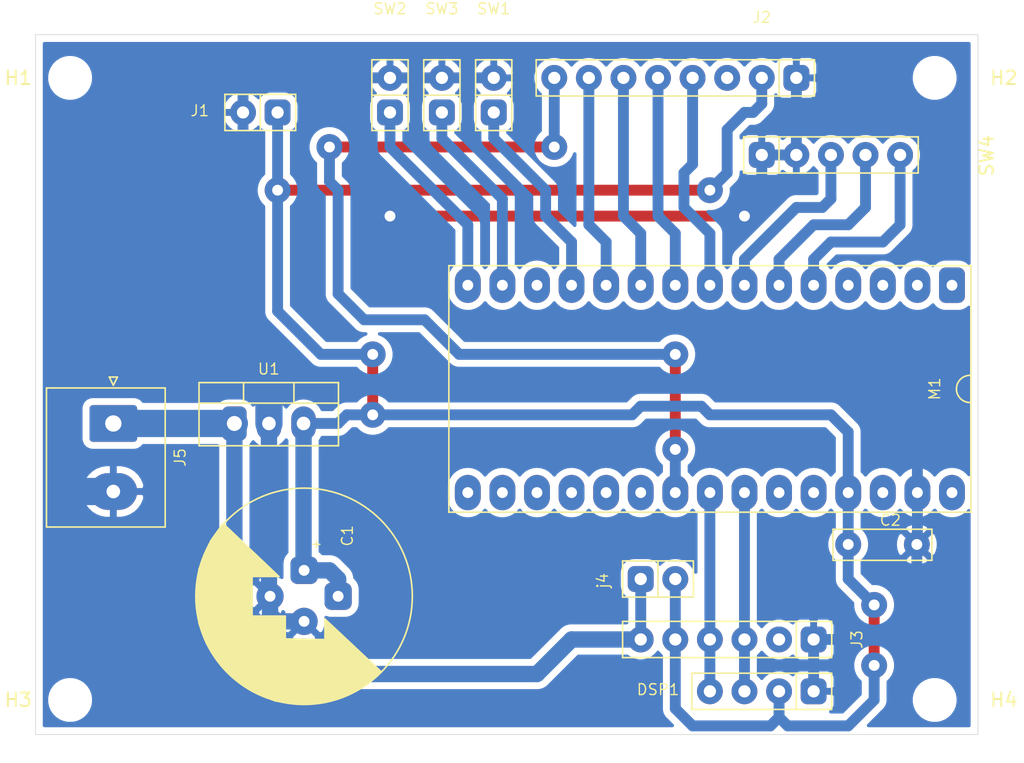
<source format=kicad_pcb>
(kicad_pcb (version 20171130) (host pcbnew "(5.1.10)-1")

  (general
    (thickness 1.6)
    (drawings 4)
    (tracks 166)
    (zones 0)
    (modules 18)
    (nets 17)
  )

  (page A4)
  (layers
    (0 F.Cu signal)
    (31 B.Cu signal)
    (32 B.Adhes user)
    (33 F.Adhes user)
    (34 B.Paste user)
    (35 F.Paste user)
    (36 B.SilkS user)
    (37 F.SilkS user)
    (38 B.Mask user)
    (39 F.Mask user)
    (40 Dwgs.User user)
    (41 Cmts.User user)
    (42 Eco1.User user)
    (43 Eco2.User user)
    (44 Edge.Cuts user)
    (45 Margin user)
    (46 B.CrtYd user)
    (47 F.CrtYd user)
    (48 B.Fab user)
    (49 F.Fab user)
  )

  (setup
    (last_trace_width 0.8)
    (user_trace_width 0.8)
    (user_trace_width 1.2)
    (user_trace_width 2)
    (trace_clearance 0.2)
    (zone_clearance 0.508)
    (zone_45_only no)
    (trace_min 0.2)
    (via_size 0.8)
    (via_drill 0.4)
    (via_min_size 0.4)
    (via_min_drill 0.3)
    (user_via 1.9 0.8)
    (uvia_size 0.3)
    (uvia_drill 0.1)
    (uvias_allowed no)
    (uvia_min_size 0.2)
    (uvia_min_drill 0.1)
    (edge_width 0.05)
    (segment_width 0.2)
    (pcb_text_width 0.3)
    (pcb_text_size 1.5 1.5)
    (mod_edge_width 0.12)
    (mod_text_size 1 1)
    (mod_text_width 0.15)
    (pad_size 2.2 2.2)
    (pad_drill 2.2)
    (pad_to_mask_clearance 0)
    (aux_axis_origin 0 0)
    (visible_elements 7FFFFFFF)
    (pcbplotparams
      (layerselection 0x010fc_ffffffff)
      (usegerberextensions false)
      (usegerberattributes true)
      (usegerberadvancedattributes true)
      (creategerberjobfile true)
      (excludeedgelayer true)
      (linewidth 0.100000)
      (plotframeref false)
      (viasonmask false)
      (mode 1)
      (useauxorigin false)
      (hpglpennumber 1)
      (hpglpenspeed 20)
      (hpglpendiameter 15.000000)
      (psnegative false)
      (psa4output false)
      (plotreference true)
      (plotvalue true)
      (plotinvisibletext false)
      (padsonsilk false)
      (subtractmaskfromsilk false)
      (outputformat 1)
      (mirror false)
      (drillshape 1)
      (scaleselection 1)
      (outputdirectory ""))
  )

  (net 0 "")
  (net 1 +5V)
  (net 2 GND)
  (net 3 "Net-(DSP1-Pad3)")
  (net 4 "Net-(DSP1-Pad4)")
  (net 5 "Net-(J2-Pad6)")
  (net 6 "Net-(J2-Pad5)")
  (net 7 "Net-(J2-Pad4)")
  (net 8 "Net-(J2-Pad7)")
  (net 9 "Net-(J2-Pad8)")
  (net 10 VCC)
  (net 11 "Net-(M1-Pad12)")
  (net 12 "Net-(M1-Pad15)")
  (net 13 "Net-(M1-Pad14)")
  (net 14 "Net-(M1-Pad5)")
  (net 15 "Net-(M1-Pad6)")
  (net 16 "Net-(M1-Pad7)")

  (net_class Default "This is the default net class."
    (clearance 0.2)
    (trace_width 0.25)
    (via_dia 0.8)
    (via_drill 0.4)
    (uvia_dia 0.3)
    (uvia_drill 0.1)
    (add_net +5V)
    (add_net GND)
    (add_net "Net-(DSP1-Pad3)")
    (add_net "Net-(DSP1-Pad4)")
    (add_net "Net-(J2-Pad3)")
    (add_net "Net-(J2-Pad4)")
    (add_net "Net-(J2-Pad5)")
    (add_net "Net-(J2-Pad6)")
    (add_net "Net-(J2-Pad7)")
    (add_net "Net-(J2-Pad8)")
    (add_net "Net-(J3-Pad2)")
    (add_net "Net-(M1-Pad1)")
    (add_net "Net-(M1-Pad12)")
    (add_net "Net-(M1-Pad13)")
    (add_net "Net-(M1-Pad14)")
    (add_net "Net-(M1-Pad15)")
    (add_net "Net-(M1-Pad16)")
    (add_net "Net-(M1-Pad17)")
    (add_net "Net-(M1-Pad18)")
    (add_net "Net-(M1-Pad19)")
    (add_net "Net-(M1-Pad2)")
    (add_net "Net-(M1-Pad20)")
    (add_net "Net-(M1-Pad21)")
    (add_net "Net-(M1-Pad25)")
    (add_net "Net-(M1-Pad26)")
    (add_net "Net-(M1-Pad28)")
    (add_net "Net-(M1-Pad3)")
    (add_net "Net-(M1-Pad30)")
    (add_net "Net-(M1-Pad4)")
    (add_net "Net-(M1-Pad5)")
    (add_net "Net-(M1-Pad6)")
    (add_net "Net-(M1-Pad7)")
    (add_net VCC)
  )

  (module 00-Fred-mod:Encoder (layer F.Cu) (tedit 64451102) (tstamp 64455EF3)
    (at 95.3008 60.2234 90)
    (path /64453C68)
    (fp_text reference SW4 (at -0.1016 16.4592 90) (layer F.SilkS)
      (effects (font (size 1 1) (thickness 0.15)))
    )
    (fp_text value Rotary (at -0.1016 18.3642 90) (layer F.Fab)
      (effects (font (size 1 1) (thickness 0.15)))
    )
    (fp_text user Con_1x05_P2.54mm (at 11.9634 5.08) (layer B.Fab) hide
      (effects (font (size 0.8 0.8) (thickness 0.1)))
    )
    (fp_line (start 1.2192 11.3792) (end -1.3208 11.3792) (layer F.Fab) (width 0.1))
    (fp_line (start -1.3208 -0.6858) (end -0.6858 -1.3208) (layer F.Fab) (width 0.1))
    (fp_line (start 1.2792 1.2192) (end 1.2792 11.4392) (layer F.SilkS) (width 0.12))
    (fp_line (start -1.3808 1.2192) (end 1.2792 1.2192) (layer F.SilkS) (width 0.12))
    (fp_line (start -1.3808 1.2192) (end -1.3808 -1.3808) (layer F.SilkS) (width 0.12))
    (fp_line (start -1.3208 1.2192) (end 1.2192 1.2192) (layer F.Fab) (width 0.1))
    (fp_line (start -0.6858 -1.3208) (end 1.2192 -1.3208) (layer F.Fab) (width 0.1))
    (fp_line (start 1.2192 -1.3208) (end 1.2192 11.3792) (layer F.Fab) (width 0.1))
    (fp_line (start -1.3808 -1.3808) (end 1.2792 -1.3808) (layer F.SilkS) (width 0.12))
    (fp_line (start 1.7492 11.9092) (end 1.7492 -1.8508) (layer F.CrtYd) (width 0.05))
    (fp_line (start -1.8508 -1.8508) (end -1.8508 11.9092) (layer F.CrtYd) (width 0.05))
    (fp_line (start 1.7492 -1.8508) (end -1.8508 -1.8508) (layer F.CrtYd) (width 0.05))
    (fp_line (start -1.3208 11.3792) (end -1.3208 -0.6858) (layer F.Fab) (width 0.1))
    (fp_line (start -1.8508 11.9092) (end 1.7492 11.9092) (layer F.CrtYd) (width 0.05))
    (fp_line (start -1.3808 11.4392) (end 1.2792 11.4392) (layer F.SilkS) (width 0.12))
    (fp_line (start 1.2792 1.2192) (end 1.2792 -1.3808) (layer F.SilkS) (width 0.12))
    (fp_line (start -1.3808 1.2192) (end -1.3808 11.4392) (layer F.SilkS) (width 0.12))
    (pad A thru_hole oval (at -0.0508 10.1092 90) (size 1.9 1.9) (drill 0.9) (layers *.Cu *.Mask)
      (net 14 "Net-(M1-Pad5)") (solder_mask_margin 0.05) (solder_paste_margin -0.05))
    (pad C thru_hole oval (at -0.0508 2.4892 90) (size 1.9 1.9) (drill 0.9) (layers *.Cu *.Mask)
      (net 2 GND) (solder_mask_margin 0.05) (solder_paste_margin -0.05))
    (pad S1 thru_hole oval (at -0.0508 5.0292 90) (size 1.9 1.9) (drill 0.9) (layers *.Cu *.Mask)
      (net 16 "Net-(M1-Pad7)") (solder_mask_margin 0.05) (solder_paste_margin -0.05))
    (pad S2 thru_hole roundrect (at -0.0508 -0.0508 90) (size 1.9 1.9) (drill 0.9) (layers *.Cu *.Mask) (roundrect_rratio 0.25)
      (net 2 GND) (solder_mask_margin 0.05) (solder_paste_margin -0.05))
    (pad B thru_hole oval (at -0.0508 7.5692 90) (size 1.9 1.9) (drill 0.9) (layers *.Cu *.Mask)
      (net 15 "Net-(M1-Pad6)") (solder_mask_margin 0.05) (solder_paste_margin -0.05))
  )

  (module 00-Fred-mod:Cx (layer F.Cu) (tedit 6394F25B) (tstamp 64455DA2)
    (at 101.6 88.9)
    (descr "Condensateur pas 5.04")
    (tags "MKV 5.0")
    (path /644CFCD7)
    (fp_text reference C2 (at 3.0988 -1.778) (layer F.SilkS)
      (effects (font (size 0.8 0.8) (thickness 0.1)))
    )
    (fp_text value 100nf (at 2.3876 1.9812) (layer B.Fab) hide
      (effects (font (size 0.8 0.8) (thickness 0.1)))
    )
    (fp_line (start -1.1176 -1.1176) (end -1.1176 1.1684) (layer F.Fab) (width 0.1))
    (fp_line (start -1.1176 1.1684) (end 6.1468 1.1684) (layer F.Fab) (width 0.1))
    (fp_line (start 6.1468 1.1684) (end 6.1468 -1.1176) (layer F.Fab) (width 0.1))
    (fp_line (start 6.1468 -1.1176) (end -1.1176 -1.1176) (layer F.Fab) (width 0.1))
    (fp_line (start -1.1176 -1.1176) (end -1.1176 1.1684) (layer F.SilkS) (width 0.12))
    (fp_line (start -1.1136 1.1684) (end 6.1468 1.1684) (layer F.SilkS) (width 0.12))
    (fp_line (start 6.1468 1.1684) (end 6.1468 -1.1176) (layer F.SilkS) (width 0.12))
    (fp_line (start 6.1468 -1.1176) (end -1.1136 -1.1176) (layer F.SilkS) (width 0.12))
    (fp_line (start -1 -1) (end -1 1) (layer F.CrtYd) (width 0.05))
    (fp_line (start -1 1) (end 6 1) (layer F.CrtYd) (width 0.05))
    (fp_line (start 6 1) (end 6 -1) (layer F.CrtYd) (width 0.05))
    (fp_line (start 6 -1) (end -1 -1) (layer F.CrtYd) (width 0.05))
    (fp_text user %R (at 2.7432 -2.0132 180) (layer F.Fab)
      (effects (font (size 0.8 0.8) (thickness 0.1)))
    )
    (pad 1 thru_hole circle (at 0 0) (size 1.9 1.9) (drill 0.8) (layers *.Cu *.Mask)
      (net 1 +5V) (solder_mask_margin 0.05) (solder_paste_margin -0.05))
    (pad 2 thru_hole circle (at 5.04 0) (size 1.9 1.9) (drill 0.8) (layers *.Cu *.Mask)
      (net 2 GND) (solder_mask_margin 0.05) (solder_paste_margin -0.05))
    (model ${KISYS3DMOD}/Resistors_THT.3dshapes/R_Axial_DIN0204_L3.6mm_D1.6mm_P7.62mm_Horizontal.wrl
      (at (xyz 0 0 0))
      (scale (xyz 0.393701 0.393701 0.393701))
      (rotate (xyz 0 0 0))
    )
  )

  (module MountingHole:MountingHole_2.2mm_M2_DIN965 (layer F.Cu) (tedit 56D1B4CB) (tstamp 64455DC7)
    (at 44.45 54.61)
    (descr "Mounting Hole 2.2mm, no annular, M2, DIN965")
    (tags "mounting hole 2.2mm no annular m2 din965")
    (path /644E814E)
    (attr virtual)
    (fp_text reference H1 (at -3.81 0) (layer F.SilkS)
      (effects (font (size 1 1) (thickness 0.15)))
    )
    (fp_text value MountingHole (at 0.635 -4.445) (layer F.Fab)
      (effects (font (size 1 1) (thickness 0.15)))
    )
    (fp_circle (center 0 0) (end 1.9 0) (layer Cmts.User) (width 0.15))
    (fp_circle (center 0 0) (end 2.15 0) (layer F.CrtYd) (width 0.05))
    (fp_text user %R (at 0.3 0) (layer F.Fab)
      (effects (font (size 1 1) (thickness 0.15)))
    )
    (pad 1 np_thru_hole circle (at 0 0) (size 2.2 2.2) (drill 2.2) (layers *.Cu *.Mask))
  )

  (module MountingHole:MountingHole_2.2mm_M2_DIN965 (layer F.Cu) (tedit 56D1B4CB) (tstamp 64455DCF)
    (at 107.95 54.61)
    (descr "Mounting Hole 2.2mm, no annular, M2, DIN965")
    (tags "mounting hole 2.2mm no annular m2 din965")
    (path /644E9D5E)
    (attr virtual)
    (fp_text reference H2 (at 5.08 0) (layer F.SilkS)
      (effects (font (size 1 1) (thickness 0.15)))
    )
    (fp_text value MountingHole (at 0 -4.445) (layer F.Fab)
      (effects (font (size 1 1) (thickness 0.15)))
    )
    (fp_circle (center 0 0) (end 2.15 0) (layer F.CrtYd) (width 0.05))
    (fp_circle (center 0 0) (end 1.9 0) (layer Cmts.User) (width 0.15))
    (fp_text user %R (at 0.3 0) (layer F.Fab)
      (effects (font (size 1 1) (thickness 0.15)))
    )
    (pad 1 np_thru_hole circle (at 0 0) (size 2.2 2.2) (drill 2.2) (layers *.Cu *.Mask))
  )

  (module MountingHole:MountingHole_2.2mm_M2_DIN965 (layer F.Cu) (tedit 56D1B4CB) (tstamp 64455DD7)
    (at 44.45 100.33)
    (descr "Mounting Hole 2.2mm, no annular, M2, DIN965")
    (tags "mounting hole 2.2mm no annular m2 din965")
    (path /644ED121)
    (attr virtual)
    (fp_text reference H3 (at -3.81 0) (layer F.SilkS)
      (effects (font (size 1 1) (thickness 0.15)))
    )
    (fp_text value MountingHole (at 0 3.81) (layer F.Fab)
      (effects (font (size 1 1) (thickness 0.15)))
    )
    (fp_circle (center 0 0) (end 1.9 0) (layer Cmts.User) (width 0.15))
    (fp_circle (center 0 0) (end 2.15 0) (layer F.CrtYd) (width 0.05))
    (fp_text user %R (at 0.3 0) (layer F.Fab)
      (effects (font (size 1 1) (thickness 0.15)))
    )
    (pad 1 np_thru_hole circle (at 0 0) (size 2.2 2.2) (drill 2.2) (layers *.Cu *.Mask))
  )

  (module MountingHole:MountingHole_2.2mm_M2_DIN965 (layer F.Cu) (tedit 56D1B4CB) (tstamp 64455DDF)
    (at 107.95 100.33)
    (descr "Mounting Hole 2.2mm, no annular, M2, DIN965")
    (tags "mounting hole 2.2mm no annular m2 din965")
    (path /644F05E7)
    (attr virtual)
    (fp_text reference H4 (at 5.08 0) (layer F.SilkS)
      (effects (font (size 1 1) (thickness 0.15)))
    )
    (fp_text value MountingHole (at 0 3.81) (layer F.Fab)
      (effects (font (size 1 1) (thickness 0.15)))
    )
    (fp_circle (center 0 0) (end 2.15 0) (layer F.CrtYd) (width 0.05))
    (fp_circle (center 0 0) (end 1.9 0) (layer Cmts.User) (width 0.15))
    (fp_text user %R (at 0.3 0) (layer F.Fab)
      (effects (font (size 1 1) (thickness 0.15)))
    )
    (pad 1 np_thru_hole circle (at 0 0) (size 2.2 2.2) (drill 2.2) (layers *.Cu *.Mask))
  )

  (module 00-Fred-mod:Con_1x02_P2.54mm (layer F.Cu) (tedit 6394F0A7) (tstamp 64455DF7)
    (at 59.69 57.15 270)
    (descr "Through hole 1x02 2.54mm")
    (tags "Through hole 1x02 2.54mm")
    (path /644BAD73)
    (fp_text reference J1 (at -0.127 5.715) (layer F.SilkS)
      (effects (font (size 0.8 0.8) (thickness 0.1)))
    )
    (fp_text value Power (at -6.985 1.27) (layer B.Fab) hide
      (effects (font (size 0.8 0.8) (thickness 0.1)))
    )
    (fp_line (start 1.8 -1.8) (end -1.8 -1.8) (layer F.CrtYd) (width 0.05))
    (fp_line (start 1.8 4.34) (end 1.8 -1.8) (layer F.CrtYd) (width 0.05))
    (fp_line (start -1.8 -1.8) (end -1.8 4.34) (layer F.CrtYd) (width 0.05))
    (fp_line (start -1.33 -1.33) (end 1.33 -1.33) (layer F.SilkS) (width 0.12))
    (fp_line (start -1.33 1.27) (end -1.33 -1.33) (layer F.SilkS) (width 0.12))
    (fp_line (start -1.33 1.27) (end 1.33 1.27) (layer F.SilkS) (width 0.12))
    (fp_line (start 1.33 1.27) (end 1.33 3.87) (layer F.SilkS) (width 0.12))
    (fp_line (start -1.33 1.27) (end -1.33 3.87) (layer F.SilkS) (width 0.12))
    (fp_line (start -1.27 -0.635) (end -0.635 -1.27) (layer F.Fab) (width 0.1))
    (fp_line (start -1.27 3.81) (end -1.27 -0.635) (layer F.Fab) (width 0.1))
    (fp_line (start 1.27 -1.27) (end 1.27 3.81) (layer F.Fab) (width 0.1))
    (fp_line (start -0.635 -1.27) (end 1.27 -1.27) (layer F.Fab) (width 0.1))
    (fp_line (start 1.33 1.27) (end 1.33 -1.33) (layer F.SilkS) (width 0.12))
    (fp_line (start -1.27 1.27) (end 1.27 1.27) (layer F.Fab) (width 0.1))
    (fp_line (start -1.8 4.34) (end 1.8 4.34) (layer F.CrtYd) (width 0.05))
    (fp_line (start -1.33 3.87) (end 1.33 3.87) (layer F.SilkS) (width 0.12))
    (fp_line (start 1.27 3.81) (end -1.27 3.81) (layer F.Fab) (width 0.1))
    (fp_text user %R (at 0 5.715 180) (layer F.Fab)
      (effects (font (size 0.8 0.8) (thickness 0.1)))
    )
    (pad 1 thru_hole roundrect (at 0 0 270) (size 1.9 1.9) (drill 0.9) (layers *.Cu *.Mask) (roundrect_rratio 0.25)
      (net 1 +5V) (solder_mask_margin 0.05) (solder_paste_margin -0.05))
    (pad 2 thru_hole oval (at 0 2.54 270) (size 1.9 1.9) (drill 0.9) (layers *.Cu *.Mask)
      (net 2 GND) (solder_mask_margin 0.05) (solder_paste_margin -0.05))
    (model ${KISYS3DMOD}/Connector_PinHeader_2.54mm.3dshapes/PinHeader_1x06_P2.54mm_Vertical.wrl
      (at (xyz 0 0 0))
      (scale (xyz 1 1 1))
      (rotate (xyz 0 0 0))
    )
  )

  (module 00-Fred-mod:Con_1x08_P2.54mm (layer F.Cu) (tedit 6394F152) (tstamp 64455E15)
    (at 97.79 54.61 270)
    (descr "Through hole 1x08 2.54mm")
    (tags "Through hole 1x08 2.54mm")
    (path /6446C836)
    (fp_text reference J2 (at -4.445 2.54) (layer F.SilkS)
      (effects (font (size 0.8 0.8) (thickness 0.1)))
    )
    (fp_text value 74HC4067 (at -4.445 8.255) (layer B.Fab) hide
      (effects (font (size 0.8 0.8) (thickness 0.1)))
    )
    (fp_line (start 1.27 19.05) (end -1.27 19.05) (layer F.Fab) (width 0.1))
    (fp_line (start -1.33 19.11) (end 1.33 19.11) (layer F.SilkS) (width 0.12))
    (fp_line (start -1.8 19.58) (end 1.8 19.58) (layer F.CrtYd) (width 0.05))
    (fp_line (start -1.27 1.27) (end 1.27 1.27) (layer F.Fab) (width 0.1))
    (fp_line (start 1.33 1.27) (end 1.33 -1.33) (layer F.SilkS) (width 0.12))
    (fp_line (start -0.635 -1.27) (end 1.27 -1.27) (layer F.Fab) (width 0.1))
    (fp_line (start 1.27 -1.27) (end 1.27 19.05) (layer F.Fab) (width 0.1))
    (fp_line (start -1.27 19.05) (end -1.27 -0.635) (layer F.Fab) (width 0.1))
    (fp_line (start -1.27 -0.635) (end -0.635 -1.27) (layer F.Fab) (width 0.1))
    (fp_line (start -1.33 1.27) (end -1.33 19.11) (layer F.SilkS) (width 0.12))
    (fp_line (start 1.33 1.27) (end 1.33 19.11) (layer F.SilkS) (width 0.12))
    (fp_line (start -1.33 1.27) (end 1.33 1.27) (layer F.SilkS) (width 0.12))
    (fp_line (start -1.33 1.27) (end -1.33 -1.33) (layer F.SilkS) (width 0.12))
    (fp_line (start -1.33 -1.33) (end 1.33 -1.33) (layer F.SilkS) (width 0.12))
    (fp_line (start -1.8 -1.8) (end -1.8 19.58) (layer F.CrtYd) (width 0.05))
    (fp_line (start 1.8 19.58) (end 1.8 -1.8) (layer F.CrtYd) (width 0.05))
    (fp_line (start 1.8 -1.8) (end -1.8 -1.8) (layer F.CrtYd) (width 0.05))
    (fp_text user %R (at -4.445 2.54) (layer F.Fab)
      (effects (font (size 0.8 0.8) (thickness 0.1)))
    )
    (pad 6 thru_hole oval (at 0 12.7 270) (size 1.9 1.9) (drill 0.9) (layers *.Cu *.Mask)
      (net 5 "Net-(J2-Pad6)") (solder_mask_margin 0.05) (solder_paste_margin -0.05))
    (pad 5 thru_hole oval (at 0 10.16 270) (size 1.9 1.9) (drill 0.9) (layers *.Cu *.Mask)
      (net 6 "Net-(J2-Pad5)") (solder_mask_margin 0.05) (solder_paste_margin -0.05))
    (pad 4 thru_hole oval (at 0 7.62 270) (size 1.9 1.9) (drill 0.9) (layers *.Cu *.Mask)
      (net 7 "Net-(J2-Pad4)") (solder_mask_margin 0.05) (solder_paste_margin -0.05))
    (pad 3 thru_hole oval (at 0 5.08 270) (size 1.9 1.9) (drill 0.9) (layers *.Cu *.Mask)
      (solder_mask_margin 0.05) (solder_paste_margin -0.05))
    (pad 2 thru_hole oval (at 0 2.54 270) (size 1.9 1.9) (drill 0.9) (layers *.Cu *.Mask)
      (net 1 +5V) (solder_mask_margin 0.05) (solder_paste_margin -0.05))
    (pad 1 thru_hole roundrect (at 0 0 270) (size 1.9 1.9) (drill 0.9) (layers *.Cu *.Mask) (roundrect_rratio 0.25)
      (net 2 GND) (solder_mask_margin 0.05) (solder_paste_margin -0.05))
    (pad 7 thru_hole oval (at 0 15.24 270) (size 1.9 1.9) (drill 0.9) (layers *.Cu *.Mask)
      (net 8 "Net-(J2-Pad7)") (solder_mask_margin 0.05) (solder_paste_margin -0.05))
    (pad 8 thru_hole oval (at 0 17.78 270) (size 1.9 1.9) (drill 0.9) (layers *.Cu *.Mask)
      (net 9 "Net-(J2-Pad8)") (solder_mask_margin 0.05) (solder_paste_margin -0.05))
    (model ${KISYS3DMOD}/Connector_PinHeader_2.54mm.3dshapes/PinHeader_1x06_P2.54mm_Vertical.wrl
      (at (xyz 0 0 0))
      (scale (xyz 1 1 1))
      (rotate (xyz 0 0 0))
    )
  )

  (module 00-Fred-mod:Con_1x06_P2.54mm (layer F.Cu) (tedit 6394F112) (tstamp 64455E31)
    (at 99.06 95.885 270)
    (descr "Through hole 1x06 2.54mm")
    (tags "Through hole 1x06 2.54mm")
    (path /6446AD6D)
    (fp_text reference J3 (at 0 -3.175 270) (layer F.SilkS)
      (effects (font (size 0.8 0.8) (thickness 0.1)))
    )
    (fp_text value PCA9685 (at 0 17.78) (layer B.Fab) hide
      (effects (font (size 0.8 0.8) (thickness 0.1)))
    )
    (fp_line (start -1.27 1.27) (end 1.27 1.27) (layer F.Fab) (width 0.1))
    (fp_line (start 1.33 1.27) (end 1.33 -1.33) (layer F.SilkS) (width 0.12))
    (fp_line (start -0.635 -1.27) (end 1.27 -1.27) (layer F.Fab) (width 0.1))
    (fp_line (start 1.27 -1.27) (end 1.27 13.97) (layer F.Fab) (width 0.1))
    (fp_line (start 1.27 13.97) (end -1.27 13.97) (layer F.Fab) (width 0.1))
    (fp_line (start -1.27 13.97) (end -1.27 -0.635) (layer F.Fab) (width 0.1))
    (fp_line (start -1.27 -0.635) (end -0.635 -1.27) (layer F.Fab) (width 0.1))
    (fp_line (start -1.33 14.03) (end 1.33 14.03) (layer F.SilkS) (width 0.12))
    (fp_line (start -1.33 1.27) (end -1.33 14.03) (layer F.SilkS) (width 0.12))
    (fp_line (start 1.33 1.27) (end 1.33 14.03) (layer F.SilkS) (width 0.12))
    (fp_line (start -1.33 1.27) (end 1.33 1.27) (layer F.SilkS) (width 0.12))
    (fp_line (start -1.33 1.27) (end -1.33 -1.33) (layer F.SilkS) (width 0.12))
    (fp_line (start -1.33 -1.33) (end 1.33 -1.33) (layer F.SilkS) (width 0.12))
    (fp_line (start -1.8 -1.8) (end -1.8 14.5) (layer F.CrtYd) (width 0.05))
    (fp_line (start -1.8 14.5) (end 1.8 14.5) (layer F.CrtYd) (width 0.05))
    (fp_line (start 1.8 14.5) (end 1.8 -1.8) (layer F.CrtYd) (width 0.05))
    (fp_line (start 1.8 -1.8) (end -1.8 -1.8) (layer F.CrtYd) (width 0.05))
    (fp_text user %R (at 0 -3.175 270) (layer F.Fab)
      (effects (font (size 0.8 0.8) (thickness 0.1)))
    )
    (pad 6 thru_hole oval (at 0 12.7 270) (size 1.9 1.9) (drill 0.9) (layers *.Cu *.Mask)
      (net 10 VCC) (solder_mask_margin 0.05) (solder_paste_margin -0.05))
    (pad 5 thru_hole oval (at 0 10.16 270) (size 1.9 1.9) (drill 0.9) (layers *.Cu *.Mask)
      (net 1 +5V) (solder_mask_margin 0.05) (solder_paste_margin -0.05))
    (pad 4 thru_hole oval (at 0 7.62 270) (size 1.9 1.9) (drill 0.9) (layers *.Cu *.Mask)
      (net 4 "Net-(DSP1-Pad4)") (solder_mask_margin 0.05) (solder_paste_margin -0.05))
    (pad 3 thru_hole oval (at 0 5.08 270) (size 1.9 1.9) (drill 0.9) (layers *.Cu *.Mask)
      (net 3 "Net-(DSP1-Pad3)") (solder_mask_margin 0.05) (solder_paste_margin -0.05))
    (pad 2 thru_hole oval (at 0 2.54 270) (size 1.9 1.9) (drill 0.9) (layers *.Cu *.Mask)
      (solder_mask_margin 0.05) (solder_paste_margin -0.05))
    (pad 1 thru_hole roundrect (at 0 0 270) (size 1.9 1.9) (drill 0.9) (layers *.Cu *.Mask) (roundrect_rratio 0.25)
      (net 2 GND) (solder_mask_margin 0.05) (solder_paste_margin -0.05))
    (model ${KISYS3DMOD}/Connector_PinHeader_2.54mm.3dshapes/PinHeader_1x06_P2.54mm_Vertical.wrl
      (at (xyz 0 0 0))
      (scale (xyz 1 1 1))
      (rotate (xyz 0 0 0))
    )
  )

  (module 00-Fred-mod:Con_1x02_P2.54mm (layer F.Cu) (tedit 6394F0A7) (tstamp 64455E49)
    (at 86.36 91.44 90)
    (descr "Through hole 1x02 2.54mm")
    (tags "Through hole 1x02 2.54mm")
    (path /644B5409)
    (fp_text reference j4 (at -0.127 -2.794 270) (layer F.SilkS)
      (effects (font (size 0.8 0.8) (thickness 0.1)))
    )
    (fp_text value Switch (at 2.1336 0.508) (layer B.Fab) hide
      (effects (font (size 0.8 0.8) (thickness 0.1)))
    )
    (fp_line (start 1.27 3.81) (end -1.27 3.81) (layer F.Fab) (width 0.1))
    (fp_line (start -1.33 3.87) (end 1.33 3.87) (layer F.SilkS) (width 0.12))
    (fp_line (start -1.8 4.34) (end 1.8 4.34) (layer F.CrtYd) (width 0.05))
    (fp_line (start -1.27 1.27) (end 1.27 1.27) (layer F.Fab) (width 0.1))
    (fp_line (start 1.33 1.27) (end 1.33 -1.33) (layer F.SilkS) (width 0.12))
    (fp_line (start -0.635 -1.27) (end 1.27 -1.27) (layer F.Fab) (width 0.1))
    (fp_line (start 1.27 -1.27) (end 1.27 3.81) (layer F.Fab) (width 0.1))
    (fp_line (start -1.27 3.81) (end -1.27 -0.635) (layer F.Fab) (width 0.1))
    (fp_line (start -1.27 -0.635) (end -0.635 -1.27) (layer F.Fab) (width 0.1))
    (fp_line (start -1.33 1.27) (end -1.33 3.87) (layer F.SilkS) (width 0.12))
    (fp_line (start 1.33 1.27) (end 1.33 3.87) (layer F.SilkS) (width 0.12))
    (fp_line (start -1.33 1.27) (end 1.33 1.27) (layer F.SilkS) (width 0.12))
    (fp_line (start -1.33 1.27) (end -1.33 -1.33) (layer F.SilkS) (width 0.12))
    (fp_line (start -1.33 -1.33) (end 1.33 -1.33) (layer F.SilkS) (width 0.12))
    (fp_line (start -1.8 -1.8) (end -1.8 4.34) (layer F.CrtYd) (width 0.05))
    (fp_line (start 1.8 4.34) (end 1.8 -1.8) (layer F.CrtYd) (width 0.05))
    (fp_line (start 1.8 -1.8) (end -1.8 -1.8) (layer F.CrtYd) (width 0.05))
    (fp_text user %R (at 0 -3.302 180) (layer F.Fab)
      (effects (font (size 0.8 0.8) (thickness 0.1)))
    )
    (pad 2 thru_hole oval (at 0 2.54 90) (size 1.9 1.9) (drill 0.9) (layers *.Cu *.Mask)
      (net 1 +5V) (solder_mask_margin 0.05) (solder_paste_margin -0.05))
    (pad 1 thru_hole roundrect (at 0 0 90) (size 1.9 1.9) (drill 0.9) (layers *.Cu *.Mask) (roundrect_rratio 0.25)
      (net 10 VCC) (solder_mask_margin 0.05) (solder_paste_margin -0.05))
    (model ${KISYS3DMOD}/Connector_PinHeader_2.54mm.3dshapes/PinHeader_1x06_P2.54mm_Vertical.wrl
      (at (xyz 0 0 0))
      (scale (xyz 1 1 1))
      (rotate (xyz 0 0 0))
    )
  )

  (module 00-Fred-mod:Vis_1x02_P5.00 (layer F.Cu) (tedit 6394FDE5) (tstamp 64455E62)
    (at 47.625 80.01 270)
    (descr "JST NV series connector, B02P-NV (http://www.jst-mfg.com/product/pdf/eng/eNV.pdf), generated with kicad-footprint-generator")
    (tags "connector JST NV side entry")
    (path /644F8998)
    (fp_text reference J5 (at 2.5 -4.9 90) (layer F.SilkS)
      (effects (font (size 0.8 0.8) (thickness 0.1)))
    )
    (fp_text value Conn_01x02 (at 2.5 -2.8448 90) (layer B.Fab) hide
      (effects (font (size 0.8 0.8) (thickness 0.1)))
    )
    (fp_line (start -2.5 -3.7) (end -2.5 4.8) (layer F.Fab) (width 0.1))
    (fp_line (start -2.5 4.8) (end 7.5 4.8) (layer F.Fab) (width 0.1))
    (fp_line (start 7.5 4.8) (end 7.5 -3.7) (layer F.Fab) (width 0.1))
    (fp_line (start 7.5 -3.7) (end -2.5 -3.7) (layer F.Fab) (width 0.1))
    (fp_line (start -2.5 -2) (end 7.5 -2) (layer F.Fab) (width 0.1))
    (fp_line (start -2.5 -1) (end -1.5 0) (layer F.Fab) (width 0.1))
    (fp_line (start -2.5 1) (end -1.5 0) (layer F.Fab) (width 0.1))
    (fp_line (start -3 -4.2) (end -3 5.3) (layer F.CrtYd) (width 0.05))
    (fp_line (start -3 5.3) (end 8 5.3) (layer F.CrtYd) (width 0.05))
    (fp_line (start 8 5.3) (end 8 -4.2) (layer F.CrtYd) (width 0.05))
    (fp_line (start 8 -4.2) (end -3 -4.2) (layer F.CrtYd) (width 0.05))
    (fp_line (start -2.61 -3.81) (end -2.61 4.91) (layer F.SilkS) (width 0.12))
    (fp_line (start -2.61 4.91) (end 7.61 4.91) (layer F.SilkS) (width 0.12))
    (fp_line (start 7.61 4.91) (end 7.61 -3.81) (layer F.SilkS) (width 0.12))
    (fp_line (start 7.61 -3.81) (end -2.61 -3.81) (layer F.SilkS) (width 0.12))
    (fp_line (start -2.81 0) (end -3.41 0.3) (layer F.SilkS) (width 0.12))
    (fp_line (start -3.41 0.3) (end -3.41 -0.3) (layer F.SilkS) (width 0.12))
    (fp_line (start -3.41 -0.3) (end -2.81 0) (layer F.SilkS) (width 0.12))
    (fp_text user %R (at 2.5 4.1 90) (layer F.Fab)
      (effects (font (size 0.8 0.8) (thickness 0.1)))
    )
    (pad 2 thru_hole oval (at 5 0 270) (size 2.7 3.5) (drill 1) (layers *.Cu *.Mask)
      (net 2 GND) (solder_mask_margin 0.05) (solder_paste_margin -0.05))
    (pad 1 thru_hole roundrect (at 0 0 270) (size 2.7 3.5) (drill 1.2) (layers *.Cu *.Mask) (roundrect_rratio 0.09300000000000001)
      (net 10 VCC) (solder_mask_margin 0.05) (solder_paste_margin -0.05))
    (model ${KISYS3DMOD}/Connector_JST.3dshapes/JST_NV_B02P-NV_1x02_P5.00mm_Vertical.wrl
      (at (xyz 0 0 0))
      (scale (xyz 1 1 1))
      (rotate (xyz 0 0 0))
    )
  )

  (module 00-Fred-mod:DIP-30-W15.25mm_Socket_LongPads (layer F.Cu) (tedit 63950163) (tstamp 64455E93)
    (at 109.22 69.85 270)
    (path /6445010B)
    (fp_text reference M1 (at 7.62 1.27 90) (layer F.SilkS)
      (effects (font (size 0.8 0.8) (thickness 0.1)))
    )
    (fp_text value Arduino-Nano-Module (at 7.62 19.05) (layer B.Fab) hide
      (effects (font (size 0.8 0.8) (thickness 0.1)))
    )
    (fp_line (start -1.9304 36.8808) (end 16.7132 36.89) (layer F.Fab) (width 0.1))
    (fp_line (start -1.9304 -0.6604) (end -1.27 -1.33) (layer F.Fab) (width 0.1))
    (fp_line (start 16.8 -1.6) (end -1.55 -1.6) (layer F.CrtYd) (width 0.05))
    (fp_line (start -1.44 36.95) (end 16.68 36.95) (layer F.SilkS) (width 0.12))
    (fp_line (start 16.68 36.95) (end 16.68 -1.39) (layer F.SilkS) (width 0.12))
    (fp_line (start -1.44 -1.39) (end -1.44 36.95) (layer F.SilkS) (width 0.12))
    (fp_line (start 16.7132 36.89) (end 16.7132 -1.33) (layer F.Fab) (width 0.1))
    (fp_line (start -1.9304 -0.6604) (end -1.9304 36.8808) (layer F.Fab) (width 0.1))
    (fp_line (start -1.55 37.16) (end 16.8 37.16) (layer F.CrtYd) (width 0.05))
    (fp_line (start -1.55 -1.6) (end -1.55 37.16) (layer F.CrtYd) (width 0.05))
    (fp_line (start 16.8 37.16) (end 16.8 -1.6) (layer F.CrtYd) (width 0.05))
    (fp_line (start 16.68 -1.39) (end -1.44 -1.39) (layer F.SilkS) (width 0.12))
    (fp_line (start 16.7132 -1.33) (end -1.27 -1.33) (layer F.Fab) (width 0.1))
    (fp_arc (start 7.62 -1.33) (end 6.62 -1.33) (angle -180) (layer F.SilkS) (width 0.12))
    (fp_text user %R (at 7.62 1.27 90) (layer F.Fab)
      (effects (font (size 0.8 0.8) (thickness 0.1)))
    )
    (pad 25 thru_hole oval (at 15.24 12.7 270) (size 2.6 1.9) (drill 0.8) (layers *.Cu *.Mask)
      (solder_mask_margin 0.05) (solder_paste_margin -0.05))
    (pad 8 thru_hole oval (at 0 17.78 270) (size 2.6 1.9) (drill 0.8) (layers *.Cu *.Mask)
      (net 7 "Net-(J2-Pad4)") (solder_mask_margin 0.05) (solder_paste_margin -0.05))
    (pad 2 thru_hole oval (at 0 2.54 270) (size 2.6 1.9) (drill 0.8) (layers *.Cu *.Mask)
      (solder_mask_margin 0.05) (solder_paste_margin -0.05))
    (pad 5 thru_hole oval (at 0 10.16 270) (size 2.6 1.9) (drill 0.8) (layers *.Cu *.Mask)
      (net 14 "Net-(M1-Pad5)") (solder_mask_margin 0.05) (solder_paste_margin -0.05))
    (pad 21 thru_hole oval (at 15.24 22.86 270) (size 2.6 1.9) (drill 0.8) (layers *.Cu *.Mask)
      (solder_mask_margin 0.05) (solder_paste_margin -0.05))
    (pad 6 thru_hole oval (at 0 12.7 270) (size 2.6 1.9) (drill 0.8) (layers *.Cu *.Mask)
      (net 15 "Net-(M1-Pad6)") (solder_mask_margin 0.05) (solder_paste_margin -0.05))
    (pad 9 thru_hole oval (at 0 20.32 270) (size 2.6 1.9) (drill 0.8) (layers *.Cu *.Mask)
      (net 6 "Net-(J2-Pad5)") (solder_mask_margin 0.05) (solder_paste_margin -0.05))
    (pad 12 thru_hole oval (at 0 27.94 270) (size 2.6 1.9) (drill 0.8) (layers *.Cu *.Mask)
      (net 11 "Net-(M1-Pad12)") (solder_mask_margin 0.05) (solder_paste_margin -0.05))
    (pad 28 thru_hole oval (at 15.24 5.08 270) (size 2.6 1.9) (drill 0.8) (layers *.Cu *.Mask)
      (solder_mask_margin 0.05) (solder_paste_margin -0.05))
    (pad 10 thru_hole oval (at 0 22.86 270) (size 2.6 1.9) (drill 0.8) (layers *.Cu *.Mask)
      (net 5 "Net-(J2-Pad6)") (solder_mask_margin 0.05) (solder_paste_margin -0.05))
    (pad 15 thru_hole oval (at 0 35.56 270) (size 2.6 1.9) (drill 0.8) (layers *.Cu *.Mask)
      (net 12 "Net-(M1-Pad15)") (solder_mask_margin 0.05) (solder_paste_margin -0.05))
    (pad 26 thru_hole oval (at 15.24 10.16 270) (size 2.6 1.9) (drill 0.8) (layers *.Cu *.Mask)
      (solder_mask_margin 0.05) (solder_paste_margin -0.05))
    (pad 23 thru_hole oval (at 15.24 17.78 270) (size 2.6 1.9) (drill 0.8) (layers *.Cu *.Mask)
      (net 4 "Net-(DSP1-Pad4)") (solder_mask_margin 0.05) (solder_paste_margin -0.05))
    (pad 14 thru_hole oval (at 0 33.02 270) (size 2.6 1.9) (drill 0.8) (layers *.Cu *.Mask)
      (net 13 "Net-(M1-Pad14)") (solder_mask_margin 0.05) (solder_paste_margin -0.05))
    (pad 4 thru_hole oval (at 0 7.62 270) (size 2.6 1.9) (drill 0.8) (layers *.Cu *.Mask)
      (solder_mask_margin 0.05) (solder_paste_margin -0.05))
    (pad 29 thru_hole oval (at 15.24 2.54 270) (size 2.6 1.9) (drill 0.8) (layers *.Cu *.Mask)
      (net 2 GND) (solder_mask_margin 0.05) (solder_paste_margin -0.05))
    (pad 1 thru_hole roundrect (at 0 0 270) (size 2.6 1.9) (drill 0.8) (layers *.Cu *.Mask) (roundrect_rratio 0.25)
      (solder_mask_margin 0.05) (solder_paste_margin -0.05))
    (pad 18 thru_hole oval (at 15.24 30.48 270) (size 2.6 1.9) (drill 0.8) (layers *.Cu *.Mask)
      (solder_mask_margin 0.05) (solder_paste_margin -0.05))
    (pad 16 thru_hole oval (at 15.24 35.56 270) (size 2.6 1.9) (drill 0.8) (layers *.Cu *.Mask)
      (solder_mask_margin 0.05) (solder_paste_margin -0.05))
    (pad 27 thru_hole oval (at 15.24 7.62 270) (size 2.6 1.9) (drill 0.8) (layers *.Cu *.Mask)
      (net 1 +5V) (solder_mask_margin 0.05) (solder_paste_margin -0.05))
    (pad 11 thru_hole oval (at 0 25.4 270) (size 2.6 1.9) (drill 0.8) (layers *.Cu *.Mask)
      (net 8 "Net-(J2-Pad7)") (solder_mask_margin 0.05) (solder_paste_margin -0.05))
    (pad 3 thru_hole oval (at 0 5.08 270) (size 2.6 1.9) (drill 0.8) (layers *.Cu *.Mask)
      (solder_mask_margin 0.05) (solder_paste_margin -0.05))
    (pad 30 thru_hole oval (at 15.24 0 270) (size 2.6 1.9) (drill 0.8) (layers *.Cu *.Mask)
      (solder_mask_margin 0.05) (solder_paste_margin -0.05))
    (pad 19 thru_hole oval (at 15.24 27.94 270) (size 2.6 1.9) (drill 0.8) (layers *.Cu *.Mask)
      (solder_mask_margin 0.05) (solder_paste_margin -0.05))
    (pad 22 thru_hole oval (at 15.24 20.32 270) (size 2.6 1.9) (drill 0.8) (layers *.Cu *.Mask)
      (net 9 "Net-(J2-Pad8)") (solder_mask_margin 0.05) (solder_paste_margin -0.05))
    (pad 17 thru_hole oval (at 15.24 33.02 270) (size 2.6 1.9) (drill 0.8) (layers *.Cu *.Mask)
      (solder_mask_margin 0.05) (solder_paste_margin -0.05))
    (pad 7 thru_hole oval (at 0 15.24 270) (size 2.6 1.9) (drill 0.8) (layers *.Cu *.Mask)
      (net 16 "Net-(M1-Pad7)") (solder_mask_margin 0.05) (solder_paste_margin -0.05))
    (pad 13 thru_hole oval (at 0 30.48 270) (size 2.6 1.9) (drill 0.8) (layers *.Cu *.Mask)
      (solder_mask_margin 0.05) (solder_paste_margin -0.05))
    (pad 24 thru_hole oval (at 15.24 15.24 270) (size 2.6 1.9) (drill 0.8) (layers *.Cu *.Mask)
      (net 3 "Net-(DSP1-Pad3)") (solder_mask_margin 0.05) (solder_paste_margin -0.05))
    (pad 20 thru_hole oval (at 15.24 25.4 270) (size 2.6 1.9) (drill 0.8) (layers *.Cu *.Mask)
      (solder_mask_margin 0.05) (solder_paste_margin -0.05))
  )

  (module 00-Fred-mod:Con_1x02_P2.54mm (layer F.Cu) (tedit 6394F0A7) (tstamp 64455EAB)
    (at 75.565 57.15 180)
    (descr "Through hole 1x02 2.54mm")
    (tags "Through hole 1x02 2.54mm")
    (path /6445E2E1)
    (fp_text reference SW1 (at 0 7.62 180) (layer F.SilkS)
      (effects (font (size 0.8 0.8) (thickness 0.1)))
    )
    (fp_text value Right (at 0 9.525 180) (layer B.Fab) hide
      (effects (font (size 0.8 0.8) (thickness 0.1)))
    )
    (fp_line (start 1.27 3.81) (end -1.27 3.81) (layer F.Fab) (width 0.1))
    (fp_line (start -1.33 3.87) (end 1.33 3.87) (layer F.SilkS) (width 0.12))
    (fp_line (start -1.8 4.34) (end 1.8 4.34) (layer F.CrtYd) (width 0.05))
    (fp_line (start -1.27 1.27) (end 1.27 1.27) (layer F.Fab) (width 0.1))
    (fp_line (start 1.33 1.27) (end 1.33 -1.33) (layer F.SilkS) (width 0.12))
    (fp_line (start -0.635 -1.27) (end 1.27 -1.27) (layer F.Fab) (width 0.1))
    (fp_line (start 1.27 -1.27) (end 1.27 3.81) (layer F.Fab) (width 0.1))
    (fp_line (start -1.27 3.81) (end -1.27 -0.635) (layer F.Fab) (width 0.1))
    (fp_line (start -1.27 -0.635) (end -0.635 -1.27) (layer F.Fab) (width 0.1))
    (fp_line (start -1.33 1.27) (end -1.33 3.87) (layer F.SilkS) (width 0.12))
    (fp_line (start 1.33 1.27) (end 1.33 3.87) (layer F.SilkS) (width 0.12))
    (fp_line (start -1.33 1.27) (end 1.33 1.27) (layer F.SilkS) (width 0.12))
    (fp_line (start -1.33 1.27) (end -1.33 -1.33) (layer F.SilkS) (width 0.12))
    (fp_line (start -1.33 -1.33) (end 1.33 -1.33) (layer F.SilkS) (width 0.12))
    (fp_line (start -1.8 -1.8) (end -1.8 4.34) (layer F.CrtYd) (width 0.05))
    (fp_line (start 1.8 4.34) (end 1.8 -1.8) (layer F.CrtYd) (width 0.05))
    (fp_line (start 1.8 -1.8) (end -1.8 -1.8) (layer F.CrtYd) (width 0.05))
    (fp_text user %R (at 0 7.62) (layer F.Fab)
      (effects (font (size 0.8 0.8) (thickness 0.1)))
    )
    (pad 2 thru_hole oval (at 0 2.54 180) (size 1.9 1.9) (drill 0.9) (layers *.Cu *.Mask)
      (net 2 GND) (solder_mask_margin 0.05) (solder_paste_margin -0.05))
    (pad 1 thru_hole roundrect (at 0 0 180) (size 1.9 1.9) (drill 0.9) (layers *.Cu *.Mask) (roundrect_rratio 0.25)
      (net 11 "Net-(M1-Pad12)") (solder_mask_margin 0.05) (solder_paste_margin -0.05))
    (model ${KISYS3DMOD}/Connector_PinHeader_2.54mm.3dshapes/PinHeader_1x06_P2.54mm_Vertical.wrl
      (at (xyz 0 0 0))
      (scale (xyz 1 1 1))
      (rotate (xyz 0 0 0))
    )
  )

  (module 00-Fred-mod:Con_1x02_P2.54mm (layer F.Cu) (tedit 6394F0A7) (tstamp 64455EC3)
    (at 67.945 57.15 180)
    (descr "Through hole 1x02 2.54mm")
    (tags "Through hole 1x02 2.54mm")
    (path /644647B6)
    (fp_text reference SW2 (at 0 7.62 180) (layer F.SilkS)
      (effects (font (size 0.8 0.8) (thickness 0.1)))
    )
    (fp_text value Select (at 0 10.795 180) (layer B.Fab) hide
      (effects (font (size 0.8 0.8) (thickness 0.1)))
    )
    (fp_line (start 1.8 -1.8) (end -1.8 -1.8) (layer F.CrtYd) (width 0.05))
    (fp_line (start 1.8 4.34) (end 1.8 -1.8) (layer F.CrtYd) (width 0.05))
    (fp_line (start -1.8 -1.8) (end -1.8 4.34) (layer F.CrtYd) (width 0.05))
    (fp_line (start -1.33 -1.33) (end 1.33 -1.33) (layer F.SilkS) (width 0.12))
    (fp_line (start -1.33 1.27) (end -1.33 -1.33) (layer F.SilkS) (width 0.12))
    (fp_line (start -1.33 1.27) (end 1.33 1.27) (layer F.SilkS) (width 0.12))
    (fp_line (start 1.33 1.27) (end 1.33 3.87) (layer F.SilkS) (width 0.12))
    (fp_line (start -1.33 1.27) (end -1.33 3.87) (layer F.SilkS) (width 0.12))
    (fp_line (start -1.27 -0.635) (end -0.635 -1.27) (layer F.Fab) (width 0.1))
    (fp_line (start -1.27 3.81) (end -1.27 -0.635) (layer F.Fab) (width 0.1))
    (fp_line (start 1.27 -1.27) (end 1.27 3.81) (layer F.Fab) (width 0.1))
    (fp_line (start -0.635 -1.27) (end 1.27 -1.27) (layer F.Fab) (width 0.1))
    (fp_line (start 1.33 1.27) (end 1.33 -1.33) (layer F.SilkS) (width 0.12))
    (fp_line (start -1.27 1.27) (end 1.27 1.27) (layer F.Fab) (width 0.1))
    (fp_line (start -1.8 4.34) (end 1.8 4.34) (layer F.CrtYd) (width 0.05))
    (fp_line (start -1.33 3.87) (end 1.33 3.87) (layer F.SilkS) (width 0.12))
    (fp_line (start 1.27 3.81) (end -1.27 3.81) (layer F.Fab) (width 0.1))
    (fp_text user %R (at 0 7.62) (layer F.Fab)
      (effects (font (size 0.8 0.8) (thickness 0.1)))
    )
    (pad 1 thru_hole roundrect (at 0 0 180) (size 1.9 1.9) (drill 0.9) (layers *.Cu *.Mask) (roundrect_rratio 0.25)
      (net 12 "Net-(M1-Pad15)") (solder_mask_margin 0.05) (solder_paste_margin -0.05))
    (pad 2 thru_hole oval (at 0 2.54 180) (size 1.9 1.9) (drill 0.9) (layers *.Cu *.Mask)
      (net 2 GND) (solder_mask_margin 0.05) (solder_paste_margin -0.05))
    (model ${KISYS3DMOD}/Connector_PinHeader_2.54mm.3dshapes/PinHeader_1x06_P2.54mm_Vertical.wrl
      (at (xyz 0 0 0))
      (scale (xyz 1 1 1))
      (rotate (xyz 0 0 0))
    )
  )

  (module 00-Fred-mod:Con_1x02_P2.54mm (layer F.Cu) (tedit 6394F0A7) (tstamp 64455EDB)
    (at 71.755 57.15 180)
    (descr "Through hole 1x02 2.54mm")
    (tags "Through hole 1x02 2.54mm")
    (path /64464D82)
    (fp_text reference SW3 (at 0 7.62 180) (layer F.SilkS)
      (effects (font (size 0.8 0.8) (thickness 0.1)))
    )
    (fp_text value Left (at 0 10.795 180) (layer B.Fab) hide
      (effects (font (size 0.8 0.8) (thickness 0.1)))
    )
    (fp_line (start 1.27 3.81) (end -1.27 3.81) (layer F.Fab) (width 0.1))
    (fp_line (start -1.33 3.87) (end 1.33 3.87) (layer F.SilkS) (width 0.12))
    (fp_line (start -1.8 4.34) (end 1.8 4.34) (layer F.CrtYd) (width 0.05))
    (fp_line (start -1.27 1.27) (end 1.27 1.27) (layer F.Fab) (width 0.1))
    (fp_line (start 1.33 1.27) (end 1.33 -1.33) (layer F.SilkS) (width 0.12))
    (fp_line (start -0.635 -1.27) (end 1.27 -1.27) (layer F.Fab) (width 0.1))
    (fp_line (start 1.27 -1.27) (end 1.27 3.81) (layer F.Fab) (width 0.1))
    (fp_line (start -1.27 3.81) (end -1.27 -0.635) (layer F.Fab) (width 0.1))
    (fp_line (start -1.27 -0.635) (end -0.635 -1.27) (layer F.Fab) (width 0.1))
    (fp_line (start -1.33 1.27) (end -1.33 3.87) (layer F.SilkS) (width 0.12))
    (fp_line (start 1.33 1.27) (end 1.33 3.87) (layer F.SilkS) (width 0.12))
    (fp_line (start -1.33 1.27) (end 1.33 1.27) (layer F.SilkS) (width 0.12))
    (fp_line (start -1.33 1.27) (end -1.33 -1.33) (layer F.SilkS) (width 0.12))
    (fp_line (start -1.33 -1.33) (end 1.33 -1.33) (layer F.SilkS) (width 0.12))
    (fp_line (start -1.8 -1.8) (end -1.8 4.34) (layer F.CrtYd) (width 0.05))
    (fp_line (start 1.8 4.34) (end 1.8 -1.8) (layer F.CrtYd) (width 0.05))
    (fp_line (start 1.8 -1.8) (end -1.8 -1.8) (layer F.CrtYd) (width 0.05))
    (fp_text user %R (at 0 7.62) (layer F.Fab)
      (effects (font (size 0.8 0.8) (thickness 0.1)))
    )
    (pad 2 thru_hole oval (at 0 2.54 180) (size 1.9 1.9) (drill 0.9) (layers *.Cu *.Mask)
      (net 2 GND) (solder_mask_margin 0.05) (solder_paste_margin -0.05))
    (pad 1 thru_hole roundrect (at 0 0 180) (size 1.9 1.9) (drill 0.9) (layers *.Cu *.Mask) (roundrect_rratio 0.25)
      (net 13 "Net-(M1-Pad14)") (solder_mask_margin 0.05) (solder_paste_margin -0.05))
    (model ${KISYS3DMOD}/Connector_PinHeader_2.54mm.3dshapes/PinHeader_1x06_P2.54mm_Vertical.wrl
      (at (xyz 0 0 0))
      (scale (xyz 1 1 1))
      (rotate (xyz 0 0 0))
    )
  )

  (module 00-Fred-mod:TO-220 (layer F.Cu) (tedit 6394FD8B) (tstamp 64455F0D)
    (at 56.515 80.01)
    (descr "TO-220-3, Vertical, RM 2.54mm, see https://www.vishay.com/docs/66542/to-220-1.pdf")
    (tags "TO-220-3 Vertical RM 2.54mm")
    (path /6450069E)
    (fp_text reference U1 (at 2.525005 -4.0042) (layer F.SilkS)
      (effects (font (size 0.8 0.8) (thickness 0.1)))
    )
    (fp_text value L7805 (at 2.54 2.5) (layer B.Fab) hide
      (effects (font (size 0.8 0.8) (thickness 0.1)))
    )
    (fp_line (start -2.474995 -2.8842) (end -2.474995 1.5158) (layer F.Fab) (width 0.1))
    (fp_line (start -2.474995 1.5158) (end 7.525005 1.5158) (layer F.Fab) (width 0.1))
    (fp_line (start 7.525005 1.5158) (end 7.525005 -2.8842) (layer F.Fab) (width 0.1))
    (fp_line (start 7.525005 -2.8842) (end -2.474995 -2.8842) (layer F.Fab) (width 0.1))
    (fp_line (start -2.474995 -1.6142) (end 7.525005 -1.6142) (layer F.Fab) (width 0.1))
    (fp_line (start 0.675005 -2.8842) (end 0.675005 -1.6142) (layer F.Fab) (width 0.1))
    (fp_line (start 4.375005 -2.8842) (end 4.375005 -1.6142) (layer F.Fab) (width 0.1))
    (fp_line (start -2.594995 -3.0042) (end 7.645005 -3.0042) (layer F.SilkS) (width 0.12))
    (fp_line (start -2.594995 1.6368) (end 7.645005 1.6368) (layer F.SilkS) (width 0.12))
    (fp_line (start -2.594995 -3.0042) (end -2.594995 1.6368) (layer F.SilkS) (width 0.12))
    (fp_line (start 7.645005 -3.0042) (end 7.645005 1.6368) (layer F.SilkS) (width 0.12))
    (fp_line (start -2.594995 -1.4942) (end 7.645005 -1.4942) (layer F.SilkS) (width 0.12))
    (fp_line (start 0.675005 -3.0042) (end 0.675005 -1.4942) (layer F.SilkS) (width 0.12))
    (fp_line (start 4.376005 -3.0042) (end 4.376005 -1.4942) (layer F.SilkS) (width 0.12))
    (fp_line (start -2.724995 -3.1342) (end -2.724995 1.7758) (layer F.CrtYd) (width 0.05))
    (fp_line (start -2.724995 1.7758) (end 7.775005 1.7758) (layer F.CrtYd) (width 0.05))
    (fp_line (start 7.775005 1.7758) (end 7.775005 -3.1342) (layer F.CrtYd) (width 0.05))
    (fp_line (start 7.775005 -3.1342) (end -2.724995 -3.1342) (layer F.CrtYd) (width 0.05))
    (fp_text user %R (at 2.525005 -4.0042) (layer F.Fab)
      (effects (font (size 0.8 0.8) (thickness 0.1)))
    )
    (pad 3 thru_hole oval (at 5.08 0) (size 1.8 2.5) (drill 1) (layers *.Cu *.Mask)
      (net 1 +5V) (solder_mask_margin 0.05) (solder_paste_margin -0.05))
    (pad 2 thru_hole oval (at 2.54 0) (size 1.8 2.5) (drill 1) (layers *.Cu *.Mask)
      (net 2 GND) (solder_mask_margin 0.05) (solder_paste_margin -0.05))
    (pad 1 thru_hole roundrect (at 0 0) (size 1.8 2.5) (drill 1.1) (layers *.Cu *.Mask) (roundrect_rratio 0.25)
      (net 10 VCC) (solder_mask_margin 0.05) (solder_paste_margin -0.05))
    (model ${KISYS3DMOD}/Package_TO_SOT_THT.3dshapes/TO-220-3_Vertical.wrl
      (at (xyz 0 0 0))
      (scale (xyz 1 1 1))
      (rotate (xyz 0 0 0))
    )
  )

  (module 00-Fred-mod:CP-16-P_3.75&5 (layer F.Cu) (tedit 6394F205) (tstamp 64456748)
    (at 61.635 90.805 270)
    (descr "Condensateur D 16 mm Pas 3.75 & 5 mm")
    (path /644CEAF3)
    (fp_text reference C1 (at -2.54 -3.175 90) (layer F.SilkS)
      (effects (font (size 0.8 0.8) (thickness 0.1)))
    )
    (fp_text value 470uf (at 1.905 -5.08 90) (layer B.Fab) hide
      (effects (font (size 0.8 0.8) (thickness 0.1)))
    )
    (fp_poly (pts (xy 8.3312 -4.6736) (xy 9.144 -3.302) (xy 9.7028 -1.5748) (xy 9.8552 0.1524)
      (xy 9.6012 2.1336) (xy 8.9408 3.7084) (xy 7.9248 5.1816) (xy 7.0104 6.096)
      (xy 5.3848 7.1628) (xy 3.9116 7.7216) (xy 1.9304 7.9248) (xy -0.1016 7.7216)
      (xy -2.1844 6.858) (xy -3.4544 5.9436) (xy 0.4572 1.8288) (xy 0.4572 3.81)
      (xy 3.3528 3.81) (xy 3.3528 1.3716) (xy 5.0292 1.3716) (xy 5.08 -1.524)
      (xy 3.556 -1.524) (xy 7.4676 -5.6896)) (layer F.SilkS) (width 0.1))
    (fp_line (start -2.164375 -0.9162) (end -1.664375 -0.9162) (layer F.SilkS) (width 0.1))
    (fp_line (start -1.914375 -1.1662) (end -1.914375 -0.6662) (layer F.SilkS) (width 0.1))
    (fp_circle (center 1.905 0) (end 9.955 0) (layer F.CrtYd) (width 0.05))
    (fp_circle (center 1.905 0) (end 10.005 0) (layer F.Fab) (width 0.1))
    (fp_line (start -1.903605 -1.1597) (end -1.903605 -0.6597) (layer F.Fab) (width 0.1))
    (fp_line (start -2.153605 -0.9097) (end -1.653605 -0.9097) (layer F.Fab) (width 0.1))
    (fp_circle (center 1.905 0) (end 9.855 0) (layer F.SilkS) (width 0.12))
    (fp_text user %R (at -2.56 -3.175 90) (layer F.Fab)
      (effects (font (size 0.8 0.8) (thickness 0.1)))
    )
    (pad 1 thru_hole roundrect (at 0 0 270) (size 2 2) (drill 0.8) (layers *.Cu *.Mask) (roundrect_rratio 0.25)
      (net 1 +5V) (solder_mask_margin 0.05) (solder_paste_margin -0.05))
    (pad 2 thru_hole circle (at 3.75 0 270) (size 2 2) (drill 0.8) (layers *.Cu *.Mask)
      (net 2 GND) (solder_mask_margin 0.05) (solder_paste_margin -0.05))
    (pad 2 thru_hole circle (at 1.905 2.5 270) (size 2 2) (drill 0.8) (layers *.Cu *.Mask)
      (net 2 GND) (solder_mask_margin 0.05) (solder_paste_margin -0.05))
    (pad 1 thru_hole roundrect (at 1.905 -2.5 270) (size 2 2) (drill 0.8) (layers *.Cu *.Mask) (roundrect_rratio 0.25)
      (net 1 +5V) (solder_mask_margin 0.05) (solder_paste_margin -0.05))
  )

  (module 00-Fred-mod:Con_1x04_P2.54mm (layer F.Cu) (tedit 6394F0FD) (tstamp 64456758)
    (at 99.06 99.695 270)
    (descr "Through hole 1x04 2.54mm")
    (tags "Through hole 1x04 2.54mm")
    (path /644527A2)
    (fp_text reference DSP1 (at -0.127 11.43) (layer F.SilkS)
      (effects (font (size 0.8 0.8) (thickness 0.1)))
    )
    (fp_text value OLed-SSD1306-124x64-0.96" (at 3.81 6.35) (layer B.Fab) hide
      (effects (font (size 0.8 0.8) (thickness 0.1)))
    )
    (fp_line (start 1.8 -1.8) (end -1.8 -1.8) (layer F.CrtYd) (width 0.05))
    (fp_line (start 1.8 9.42) (end 1.8 -1.8) (layer F.CrtYd) (width 0.05))
    (fp_line (start -1.8 -1.8) (end -1.8 9.42) (layer F.CrtYd) (width 0.05))
    (fp_line (start -1.33 -1.33) (end 1.33 -1.33) (layer F.SilkS) (width 0.12))
    (fp_line (start -1.33 1.27) (end -1.33 -1.33) (layer F.SilkS) (width 0.12))
    (fp_line (start -1.33 1.27) (end 1.33 1.27) (layer F.SilkS) (width 0.12))
    (fp_line (start 1.33 1.27) (end 1.33 8.95) (layer F.SilkS) (width 0.12))
    (fp_line (start -1.33 1.27) (end -1.33 8.95) (layer F.SilkS) (width 0.12))
    (fp_line (start -1.27 -0.635) (end -0.635 -1.27) (layer F.Fab) (width 0.1))
    (fp_line (start -1.27 8.89) (end -1.27 -0.635) (layer F.Fab) (width 0.1))
    (fp_line (start 1.27 -1.27) (end 1.27 8.89) (layer F.Fab) (width 0.1))
    (fp_line (start -0.635 -1.27) (end 1.27 -1.27) (layer F.Fab) (width 0.1))
    (fp_line (start 1.33 1.27) (end 1.33 -1.33) (layer F.SilkS) (width 0.12))
    (fp_line (start -1.27 1.27) (end 1.27 1.27) (layer F.Fab) (width 0.1))
    (fp_line (start -1.8 9.42) (end 1.8 9.42) (layer F.CrtYd) (width 0.05))
    (fp_line (start -1.33 8.95) (end 1.33 8.95) (layer F.SilkS) (width 0.12))
    (fp_line (start 1.27 8.89) (end -1.27 8.89) (layer F.Fab) (width 0.1))
    (fp_text user %R (at 0.0508 11.43 180) (layer F.Fab)
      (effects (font (size 0.8 0.8) (thickness 0.1)))
    )
    (pad 4 thru_hole oval (at 0 7.62 270) (size 1.9 1.9) (drill 0.9) (layers *.Cu *.Mask)
      (net 4 "Net-(DSP1-Pad4)") (solder_mask_margin 0.05) (solder_paste_margin -0.05))
    (pad 3 thru_hole oval (at 0 5.08 270) (size 1.9 1.9) (drill 0.9) (layers *.Cu *.Mask)
      (net 3 "Net-(DSP1-Pad3)") (solder_mask_margin 0.05) (solder_paste_margin -0.05))
    (pad 2 thru_hole oval (at 0 2.54 270) (size 1.9 1.9) (drill 0.9) (layers *.Cu *.Mask)
      (net 1 +5V) (solder_mask_margin 0.05) (solder_paste_margin -0.05))
    (pad 1 thru_hole roundrect (at 0 0 270) (size 1.9 1.9) (drill 0.9) (layers *.Cu *.Mask) (roundrect_rratio 0.25)
      (net 2 GND) (solder_mask_margin 0.05) (solder_paste_margin -0.05))
    (model ${KISYS3DMOD}/Connector_PinHeader_2.54mm.3dshapes/PinHeader_1x06_P2.54mm_Vertical.wrl
      (at (xyz 0 0 0))
      (scale (xyz 1 1 1))
      (rotate (xyz 0 0 0))
    )
  )

  (gr_line (start 41.91 102.87) (end 41.91 51.435) (layer Edge.Cuts) (width 0.05))
  (gr_line (start 111.125 102.87) (end 41.91 102.87) (layer Edge.Cuts) (width 0.05))
  (gr_line (start 111.125 51.435) (end 111.125 102.87) (layer Edge.Cuts) (width 0.05))
  (gr_line (start 41.91 51.435) (end 111.125 51.435) (layer Edge.Cuts) (width 0.05))

  (segment (start 88.9 91.44) (end 88.9 95.885) (width 0.8) (layer B.Cu) (net 1))
  (segment (start 101.6 85.09) (end 101.6 88.9) (width 0.8) (layer B.Cu) (net 1))
  (segment (start 96.52 99.695) (end 96.52 100.965) (width 0.8) (layer B.Cu) (net 1))
  (segment (start 96.52 100.965) (end 96.52 101.6) (width 0.8) (layer B.Cu) (net 1))
  (segment (start 96.52 101.6) (end 97.155 102.235) (width 0.8) (layer B.Cu) (net 1))
  (segment (start 97.155 102.235) (end 101.6 102.235) (width 0.8) (layer B.Cu) (net 1))
  (segment (start 101.6 102.235) (end 103.505 100.33) (width 0.8) (layer B.Cu) (net 1))
  (segment (start 103.505 100.33) (end 103.505 97.79) (width 0.8) (layer B.Cu) (net 1))
  (via (at 103.505 97.79) (size 1.9) (drill 0.8) (layers F.Cu B.Cu) (net 1))
  (segment (start 103.505 97.79) (end 103.505 93.345) (width 0.8) (layer F.Cu) (net 1))
  (via (at 103.505 93.345) (size 1.9) (drill 0.8) (layers F.Cu B.Cu) (net 1))
  (segment (start 101.6 91.44) (end 103.505 93.345) (width 0.8) (layer B.Cu) (net 1))
  (segment (start 101.6 88.9) (end 101.6 91.44) (width 0.8) (layer B.Cu) (net 1))
  (segment (start 95.885 102.235) (end 96.52 101.6) (width 0.8) (layer B.Cu) (net 1))
  (segment (start 90.17 102.235) (end 95.885 102.235) (width 0.8) (layer B.Cu) (net 1))
  (segment (start 88.9 100.965) (end 90.17 102.235) (width 0.8) (layer B.Cu) (net 1))
  (segment (start 88.9 95.885) (end 88.9 100.965) (width 0.8) (layer B.Cu) (net 1))
  (segment (start 61.595 90.765) (end 61.635 90.805) (width 1.2) (layer B.Cu) (net 1))
  (segment (start 61.595 80.01) (end 61.595 90.765) (width 1.2) (layer B.Cu) (net 1))
  (segment (start 61.635 90.805) (end 63.5 90.805) (width 1.2) (layer B.Cu) (net 1))
  (segment (start 64.135 91.44) (end 64.135 92.71) (width 1.2) (layer B.Cu) (net 1))
  (segment (start 63.5 90.805) (end 64.135 91.44) (width 1.2) (layer B.Cu) (net 1))
  (segment (start 64.135 80.01) (end 61.595 80.01) (width 0.8) (layer B.Cu) (net 1))
  (segment (start 64.77 79.375) (end 64.135 80.01) (width 0.8) (layer B.Cu) (net 1))
  (segment (start 66.675 79.375) (end 64.77 79.375) (width 0.8) (layer B.Cu) (net 1) (tstamp 644571D5))
  (via (at 66.675 79.375) (size 1.9) (drill 0.8) (layers F.Cu B.Cu) (net 1))
  (segment (start 66.675 79.375) (end 66.675 74.93) (width 0.8) (layer F.Cu) (net 1))
  (via (at 66.675 74.93) (size 1.9) (drill 0.8) (layers F.Cu B.Cu) (net 1))
  (via (at 91.44 62.865) (size 1.9) (drill 0.8) (layers F.Cu B.Cu) (net 1))
  (via (at 59.69 62.865) (size 1.9) (drill 0.8) (layers F.Cu B.Cu) (net 1))
  (segment (start 59.69 57.15) (end 59.69 62.865) (width 0.8) (layer B.Cu) (net 1))
  (segment (start 59.69 62.865) (end 59.69 71.755) (width 0.8) (layer B.Cu) (net 1))
  (segment (start 62.865 74.93) (end 66.675 74.93) (width 0.8) (layer B.Cu) (net 1))
  (segment (start 59.69 71.755) (end 62.865 74.93) (width 0.8) (layer B.Cu) (net 1))
  (segment (start 91.44 62.865) (end 92.71 61.595) (width 0.8) (layer B.Cu) (net 1))
  (segment (start 92.71 61.595) (end 92.71 58.42) (width 0.8) (layer B.Cu) (net 1))
  (segment (start 92.71 58.42) (end 93.98 57.15) (width 0.8) (layer B.Cu) (net 1))
  (segment (start 93.98 57.15) (end 94.615 57.15) (width 0.8) (layer B.Cu) (net 1))
  (segment (start 94.615 57.15) (end 95.25 56.515) (width 0.8) (layer B.Cu) (net 1))
  (segment (start 95.25 56.515) (end 95.25 54.61) (width 0.8) (layer B.Cu) (net 1))
  (segment (start 91.44 62.865) (end 59.69 62.865) (width 0.8) (layer F.Cu) (net 1))
  (segment (start 101.6 80.645) (end 101.6 85.09) (width 0.8) (layer B.Cu) (net 1))
  (segment (start 100.33 79.375) (end 101.6 80.645) (width 0.8) (layer B.Cu) (net 1))
  (segment (start 91.44 79.375) (end 100.33 79.375) (width 0.8) (layer B.Cu) (net 1))
  (segment (start 90.805 78.74) (end 91.44 79.375) (width 0.8) (layer B.Cu) (net 1))
  (segment (start 86.36 78.74) (end 90.805 78.74) (width 0.8) (layer B.Cu) (net 1))
  (segment (start 85.725 79.375) (end 86.36 78.74) (width 0.8) (layer B.Cu) (net 1))
  (segment (start 66.675 79.375) (end 85.725 79.375) (width 0.8) (layer B.Cu) (net 1))
  (segment (start 75.565 54.61) (end 71.755 54.61) (width 0.8) (layer B.Cu) (net 2))
  (segment (start 67.945 54.61) (end 71.755 54.61) (width 0.8) (layer B.Cu) (net 2))
  (segment (start 99.06 95.885) (end 99.06 99.695) (width 0.8) (layer B.Cu) (net 2))
  (segment (start 106.68 88.86) (end 106.64 88.9) (width 0.8) (layer B.Cu) (net 2))
  (segment (start 106.68 85.09) (end 106.68 88.86) (width 0.8) (layer B.Cu) (net 2))
  (segment (start 105.41 95.885) (end 106.68 94.615) (width 0.8) (layer B.Cu) (net 2))
  (segment (start 99.06 95.885) (end 105.41 95.885) (width 0.8) (layer B.Cu) (net 2))
  (segment (start 106.64 94.575) (end 106.68 94.615) (width 0.8) (layer B.Cu) (net 2))
  (segment (start 106.64 88.9) (end 106.64 94.575) (width 0.8) (layer B.Cu) (net 2))
  (segment (start 59.055 92.63) (end 59.135 92.71) (width 1.2) (layer B.Cu) (net 2))
  (segment (start 59.055 80.01) (end 59.055 92.63) (width 1.2) (layer B.Cu) (net 2))
  (segment (start 59.135 92.71) (end 59.135 94.06) (width 1.2) (layer B.Cu) (net 2))
  (segment (start 59.63 94.555) (end 61.635 94.555) (width 1.2) (layer B.Cu) (net 2))
  (segment (start 59.135 94.06) (end 59.63 94.555) (width 1.2) (layer B.Cu) (net 2))
  (segment (start 59.055 80.01) (end 59.055 78.105) (width 0.8) (layer B.Cu) (net 2))
  (segment (start 59.055 78.105) (end 59.69 77.47) (width 0.8) (layer B.Cu) (net 2))
  (segment (start 59.055 77.47) (end 59.055 78.105) (width 0.8) (layer B.Cu) (net 2))
  (segment (start 57.15 75.565) (end 59.055 77.47) (width 0.8) (layer B.Cu) (net 2))
  (segment (start 59.69 77.47) (end 59.055 77.47) (width 0.8) (layer B.Cu) (net 2))
  (via (at 93.98 64.77) (size 1.9) (drill 0.8) (layers F.Cu B.Cu) (net 2))
  (via (at 67.945 64.77) (size 1.9) (drill 0.8) (layers F.Cu B.Cu) (net 2))
  (segment (start 57.15 55.245) (end 57.15 57.15) (width 0.8) (layer B.Cu) (net 2))
  (segment (start 57.785 54.61) (end 57.15 55.245) (width 0.8) (layer B.Cu) (net 2))
  (segment (start 45.085 74.295) (end 57.15 74.295) (width 2) (layer B.Cu) (net 2))
  (segment (start 43.815 75.565) (end 45.085 74.295) (width 2) (layer B.Cu) (net 2))
  (segment (start 43.815 83.82) (end 43.815 75.565) (width 2) (layer B.Cu) (net 2))
  (segment (start 45.005 85.01) (end 43.815 83.82) (width 2) (layer B.Cu) (net 2))
  (segment (start 47.625 85.01) (end 45.005 85.01) (width 2) (layer B.Cu) (net 2))
  (segment (start 57.15 74.295) (end 57.15 75.565) (width 0.8) (layer B.Cu) (net 2))
  (segment (start 57.15 57.15) (end 57.15 74.295) (width 0.8) (layer B.Cu) (net 2))
  (segment (start 57.15 74.295) (end 59.055 76.2) (width 2) (layer B.Cu) (net 2))
  (segment (start 59.055 76.2) (end 59.055 80.01) (width 2) (layer B.Cu) (net 2))
  (segment (start 65.405 54.61) (end 65.405 59.055) (width 0.8) (layer B.Cu) (net 2))
  (segment (start 67.945 54.61) (end 65.405 54.61) (width 0.8) (layer B.Cu) (net 2))
  (segment (start 65.405 54.61) (end 57.785 54.61) (width 0.8) (layer B.Cu) (net 2))
  (segment (start 65.405 59.055) (end 66.675 60.325) (width 0.8) (layer B.Cu) (net 2))
  (segment (start 66.675 63.5) (end 67.945 64.77) (width 0.8) (layer B.Cu) (net 2))
  (segment (start 66.675 60.325) (end 66.675 63.5) (width 0.8) (layer B.Cu) (net 2))
  (segment (start 97.79 54.61) (end 97.79 60.2742) (width 0.8) (layer B.Cu) (net 2))
  (segment (start 97.79 60.2742) (end 95.25 60.2742) (width 0.8) (layer B.Cu) (net 2))
  (segment (start 93.98 64.77) (end 95.25 63.5) (width 0.8) (layer B.Cu) (net 2))
  (segment (start 95.25 63.5) (end 95.25 60.2742) (width 0.8) (layer B.Cu) (net 2))
  (segment (start 67.945 64.77) (end 93.98 64.77) (width 0.8) (layer F.Cu) (net 2))
  (segment (start 85.09 77.47) (end 59.69 77.47) (width 0.8) (layer B.Cu) (net 2))
  (segment (start 85.725 76.835) (end 85.09 77.47) (width 0.8) (layer B.Cu) (net 2))
  (segment (start 91.44 76.835) (end 85.725 76.835) (width 0.8) (layer B.Cu) (net 2))
  (segment (start 92.075 77.47) (end 91.44 76.835) (width 0.8) (layer B.Cu) (net 2))
  (segment (start 104.14 77.47) (end 92.075 77.47) (width 0.8) (layer B.Cu) (net 2))
  (segment (start 106.68 80.01) (end 104.14 77.47) (width 0.8) (layer B.Cu) (net 2))
  (segment (start 106.68 85.09) (end 106.68 80.01) (width 0.8) (layer B.Cu) (net 2))
  (segment (start 93.98 85.09) (end 93.98 95.885) (width 0.8) (layer B.Cu) (net 3))
  (segment (start 93.98 99.695) (end 93.98 95.885) (width 0.8) (layer B.Cu) (net 3))
  (segment (start 91.44 85.09) (end 91.44 95.885) (width 0.8) (layer B.Cu) (net 4))
  (segment (start 91.44 95.885) (end 91.44 99.695) (width 0.8) (layer B.Cu) (net 4))
  (segment (start 85.09 64.77) (end 85.09 54.61) (width 0.8) (layer B.Cu) (net 5))
  (segment (start 86.36 66.04) (end 85.09 64.77) (width 0.8) (layer B.Cu) (net 5))
  (segment (start 86.36 69.85) (end 86.36 66.04) (width 0.8) (layer B.Cu) (net 5))
  (segment (start 87.63 64.77) (end 87.63 54.61) (width 0.8) (layer B.Cu) (net 6))
  (segment (start 88.9 66.04) (end 87.63 64.77) (width 0.8) (layer B.Cu) (net 6))
  (segment (start 88.9 69.85) (end 88.9 66.04) (width 0.8) (layer B.Cu) (net 6))
  (segment (start 90.17 54.61) (end 90.17 60.96) (width 0.8) (layer B.Cu) (net 7))
  (segment (start 90.17 60.96) (end 89.535 61.595) (width 0.8) (layer B.Cu) (net 7))
  (segment (start 89.535 61.595) (end 89.535 64.135) (width 0.8) (layer B.Cu) (net 7))
  (segment (start 91.44 66.04) (end 91.44 69.85) (width 0.8) (layer B.Cu) (net 7))
  (segment (start 89.535 64.135) (end 91.44 66.04) (width 0.8) (layer B.Cu) (net 7))
  (segment (start 83.82 69.85) (end 83.82 66.675) (width 0.8) (layer B.Cu) (net 8))
  (segment (start 82.55 65.405) (end 82.55 54.61) (width 0.8) (layer B.Cu) (net 8))
  (segment (start 83.82 66.675) (end 82.55 65.405) (width 0.8) (layer B.Cu) (net 8))
  (via (at 80.01 59.69) (size 1.9) (drill 0.8) (layers F.Cu B.Cu) (net 9))
  (via (at 63.5 59.69) (size 1.9) (drill 0.8) (layers F.Cu B.Cu) (net 9))
  (segment (start 64.135 62.865) (end 64.135 70.485) (width 0.8) (layer B.Cu) (net 9))
  (segment (start 64.135 70.485) (end 66.04 72.39) (width 0.8) (layer B.Cu) (net 9))
  (segment (start 66.04 72.39) (end 70.485 72.39) (width 0.8) (layer B.Cu) (net 9))
  (segment (start 70.485 72.39) (end 73.025 74.93) (width 0.8) (layer B.Cu) (net 9))
  (via (at 88.9 74.93) (size 1.9) (drill 0.8) (layers F.Cu B.Cu) (net 9))
  (segment (start 73.025 74.93) (end 88.9 74.93) (width 0.8) (layer B.Cu) (net 9))
  (segment (start 88.9 74.93) (end 88.9 81.915) (width 0.8) (layer F.Cu) (net 9))
  (via (at 88.9 81.915) (size 1.9) (drill 0.8) (layers F.Cu B.Cu) (net 9))
  (segment (start 88.9 85.09) (end 88.9 81.915) (width 0.8) (layer B.Cu) (net 9))
  (segment (start 80.01 59.69) (end 80.01 54.61) (width 0.8) (layer B.Cu) (net 9))
  (segment (start 63.5 62.23) (end 64.135 62.865) (width 0.8) (layer B.Cu) (net 9))
  (segment (start 63.5 59.69) (end 63.5 62.23) (width 0.8) (layer B.Cu) (net 9))
  (segment (start 80.01 59.69) (end 63.5 59.69) (width 0.8) (layer F.Cu) (net 9))
  (segment (start 86.36 91.44) (end 86.36 95.885) (width 0.8) (layer B.Cu) (net 10))
  (segment (start 56.515 80.01) (end 56.515 89.535) (width 1.2) (layer B.Cu) (net 10))
  (segment (start 56.515 89.535) (end 55.245 90.805) (width 1.2) (layer B.Cu) (net 10))
  (segment (start 55.245 90.805) (end 55.245 95.25) (width 1.2) (layer B.Cu) (net 10))
  (segment (start 55.245 95.25) (end 58.42 98.425) (width 1.2) (layer B.Cu) (net 10))
  (segment (start 58.42 98.425) (end 78.74 98.425) (width 1.2) (layer B.Cu) (net 10))
  (segment (start 81.28 95.885) (end 86.36 95.885) (width 1.2) (layer B.Cu) (net 10))
  (segment (start 78.74 98.425) (end 81.28 95.885) (width 1.2) (layer B.Cu) (net 10))
  (segment (start 47.625 80.01) (end 56.515 80.01) (width 2) (layer B.Cu) (net 10))
  (segment (start 75.565 57.15) (end 75.565 59.055) (width 0.8) (layer B.Cu) (net 11))
  (segment (start 79.375 64.77) (end 81.28 66.675) (width 0.8) (layer B.Cu) (net 11))
  (segment (start 79.375 62.865) (end 79.375 64.77) (width 0.8) (layer B.Cu) (net 11))
  (segment (start 81.28 66.675) (end 81.28 69.85) (width 0.8) (layer B.Cu) (net 11))
  (segment (start 75.565 59.055) (end 79.375 62.865) (width 0.8) (layer B.Cu) (net 11))
  (segment (start 67.945 57.15) (end 67.945 59.69) (width 0.8) (layer B.Cu) (net 12))
  (segment (start 73.66 65.405) (end 73.66 69.85) (width 0.8) (layer B.Cu) (net 12))
  (segment (start 67.945 59.69) (end 73.66 65.405) (width 0.8) (layer B.Cu) (net 12))
  (segment (start 71.755 57.15) (end 71.755 59.055) (width 0.8) (layer B.Cu) (net 13))
  (segment (start 76.2 63.5) (end 76.2 69.85) (width 0.8) (layer B.Cu) (net 13))
  (segment (start 71.755 59.055) (end 76.2 63.5) (width 0.8) (layer B.Cu) (net 13))
  (segment (start 99.06 69.85) (end 99.06 67.945) (width 0.8) (layer B.Cu) (net 14))
  (segment (start 99.06 67.945) (end 100.33 66.675) (width 0.8) (layer B.Cu) (net 14))
  (segment (start 100.33 66.675) (end 104.14 66.675) (width 0.8) (layer B.Cu) (net 14))
  (segment (start 105.41 65.405) (end 105.41 60.2742) (width 0.8) (layer B.Cu) (net 14))
  (segment (start 104.14 66.675) (end 105.41 65.405) (width 0.8) (layer B.Cu) (net 14))
  (segment (start 96.52 69.85) (end 96.52 67.945) (width 0.8) (layer B.Cu) (net 15))
  (segment (start 96.52 67.945) (end 99.06 65.405) (width 0.8) (layer B.Cu) (net 15))
  (segment (start 99.06 65.405) (end 101.6 65.405) (width 0.8) (layer B.Cu) (net 15))
  (segment (start 102.87 64.135) (end 102.87 60.2742) (width 0.8) (layer B.Cu) (net 15))
  (segment (start 101.6 65.405) (end 102.87 64.135) (width 0.8) (layer B.Cu) (net 15))
  (segment (start 100.33 63.5) (end 100.33 60.2742) (width 0.8) (layer B.Cu) (net 16))
  (segment (start 99.695 64.135) (end 100.33 63.5) (width 0.8) (layer B.Cu) (net 16))
  (segment (start 93.98 67.945) (end 97.79 64.135) (width 0.8) (layer B.Cu) (net 16))
  (segment (start 97.79 64.135) (end 99.695 64.135) (width 0.8) (layer B.Cu) (net 16))
  (segment (start 93.98 69.85) (end 93.98 67.945) (width 0.8) (layer B.Cu) (net 16))

  (zone (net 2) (net_name GND) (layer B.Cu) (tstamp 0) (hatch edge 0.508)
    (connect_pads (clearance 0.508))
    (min_thickness 0.254)
    (fill yes (arc_segments 32) (thermal_gap 0.508) (thermal_bridge_width 0.508))
    (polygon
      (pts
        (xy 111.125 102.87) (xy 41.91 102.87) (xy 41.91 51.435) (xy 111.125 51.435)
      )
    )
    (filled_polygon
      (pts
        (xy 110.465 68.223938) (xy 110.31339 68.099514) (xy 110.120954 67.996656) (xy 109.91215 67.933315) (xy 109.695 67.911928)
        (xy 108.745 67.911928) (xy 108.52785 67.933315) (xy 108.319046 67.996656) (xy 108.12661 68.099514) (xy 107.957939 68.237939)
        (xy 107.826308 68.398331) (xy 107.806187 68.373813) (xy 107.564839 68.175744) (xy 107.289488 68.028566) (xy 106.990714 67.937934)
        (xy 106.68 67.907331) (xy 106.369287 67.937934) (xy 106.070513 68.028566) (xy 105.795162 68.175744) (xy 105.553813 68.373813)
        (xy 105.41 68.54905) (xy 105.266187 68.373813) (xy 105.024839 68.175744) (xy 104.749488 68.028566) (xy 104.450714 67.937934)
        (xy 104.14 67.907331) (xy 103.829287 67.937934) (xy 103.530513 68.028566) (xy 103.255162 68.175744) (xy 103.013813 68.373813)
        (xy 102.87 68.54905) (xy 102.726187 68.373813) (xy 102.484839 68.175744) (xy 102.209488 68.028566) (xy 101.910714 67.937934)
        (xy 101.6 67.907331) (xy 101.289287 67.937934) (xy 100.990513 68.028566) (xy 100.715162 68.175744) (xy 100.473813 68.373813)
        (xy 100.33 68.54905) (xy 100.186187 68.373813) (xy 100.136046 68.332664) (xy 100.758711 67.71) (xy 104.089172 67.71)
        (xy 104.14 67.715006) (xy 104.190828 67.71) (xy 104.190838 67.71) (xy 104.342895 67.695024) (xy 104.537993 67.635841)
        (xy 104.717797 67.539734) (xy 104.875396 67.410396) (xy 104.907807 67.370903) (xy 106.105908 66.172803) (xy 106.145396 66.140396)
        (xy 106.26951 65.989163) (xy 106.274734 65.982798) (xy 106.352608 65.837104) (xy 106.370841 65.802993) (xy 106.430024 65.607895)
        (xy 106.445 65.455838) (xy 106.445 65.455829) (xy 106.450006 65.405001) (xy 106.445 65.354173) (xy 106.445 61.480729)
        (xy 106.64115 61.284579) (xy 106.814609 61.024979) (xy 106.934089 60.736527) (xy 106.995 60.430309) (xy 106.995 60.118091)
        (xy 106.934089 59.811873) (xy 106.814609 59.523421) (xy 106.64115 59.263821) (xy 106.420379 59.04305) (xy 106.160779 58.869591)
        (xy 105.872327 58.750111) (xy 105.566109 58.6892) (xy 105.253891 58.6892) (xy 104.947673 58.750111) (xy 104.659221 58.869591)
        (xy 104.399621 59.04305) (xy 104.17885 59.263821) (xy 104.14 59.321964) (xy 104.10115 59.263821) (xy 103.880379 59.04305)
        (xy 103.620779 58.869591) (xy 103.332327 58.750111) (xy 103.026109 58.6892) (xy 102.713891 58.6892) (xy 102.407673 58.750111)
        (xy 102.119221 58.869591) (xy 101.859621 59.04305) (xy 101.63885 59.263821) (xy 101.6 59.321964) (xy 101.56115 59.263821)
        (xy 101.340379 59.04305) (xy 101.080779 58.869591) (xy 100.792327 58.750111) (xy 100.486109 58.6892) (xy 100.173891 58.6892)
        (xy 99.867673 58.750111) (xy 99.579221 58.869591) (xy 99.319621 59.04305) (xy 99.09885 59.263821) (xy 99.057552 59.325628)
        (xy 98.863956 59.108498) (xy 98.615903 58.921378) (xy 98.336111 58.786246) (xy 98.162588 58.733614) (xy 97.917 58.853616)
        (xy 97.917 60.1472) (xy 97.937 60.1472) (xy 97.937 60.4012) (xy 97.917 60.4012) (xy 97.917 61.694784)
        (xy 98.162588 61.814786) (xy 98.336111 61.762154) (xy 98.615903 61.627022) (xy 98.863956 61.439902) (xy 99.057552 61.222772)
        (xy 99.09885 61.284579) (xy 99.295001 61.48073) (xy 99.295 63.07129) (xy 99.26629 63.1) (xy 97.840835 63.1)
        (xy 97.79 63.094993) (xy 97.739165 63.1) (xy 97.739162 63.1) (xy 97.587105 63.114976) (xy 97.392007 63.174159)
        (xy 97.308309 63.218896) (xy 97.212202 63.270266) (xy 97.094092 63.367197) (xy 97.054604 63.399604) (xy 97.022197 63.439092)
        (xy 93.284092 67.177198) (xy 93.244605 67.209604) (xy 93.212198 67.249092) (xy 93.212197 67.249093) (xy 93.115266 67.367203)
        (xy 93.01916 67.547007) (xy 92.959977 67.742105) (xy 92.939994 67.945) (xy 92.945001 67.995837) (xy 92.945001 68.298977)
        (xy 92.853813 68.373813) (xy 92.71 68.54905) (xy 92.566187 68.373813) (xy 92.475 68.298978) (xy 92.475 66.090835)
        (xy 92.480007 66.04) (xy 92.466927 65.907197) (xy 92.460024 65.837105) (xy 92.400841 65.642007) (xy 92.306714 65.465907)
        (xy 92.304734 65.462202) (xy 92.207803 65.344092) (xy 92.175396 65.304604) (xy 92.135908 65.272197) (xy 91.313711 64.45)
        (xy 91.596109 64.45) (xy 91.902327 64.389089) (xy 92.190779 64.269609) (xy 92.450379 64.09615) (xy 92.67115 63.875379)
        (xy 92.844609 63.615779) (xy 92.964089 63.327327) (xy 93.025 63.021109) (xy 93.025 62.743711) (xy 93.405908 62.362803)
        (xy 93.445396 62.330396) (xy 93.527789 62.23) (xy 93.574734 62.172798) (xy 93.652608 62.027105) (xy 93.670841 61.992993)
        (xy 93.730024 61.797895) (xy 93.745 61.645838) (xy 93.745 61.645829) (xy 93.750006 61.595001) (xy 93.745 61.544173)
        (xy 93.745 61.532928) (xy 93.769463 61.578694) (xy 93.848815 61.675385) (xy 93.945506 61.754737) (xy 94.05582 61.813702)
        (xy 94.175518 61.850012) (xy 94.3 61.862272) (xy 94.96425 61.8592) (xy 95.123 61.70045) (xy 95.123 60.4012)
        (xy 95.377 60.4012) (xy 95.377 61.70045) (xy 95.53575 61.8592) (xy 96.2 61.862272) (xy 96.324482 61.850012)
        (xy 96.44418 61.813702) (xy 96.554494 61.754737) (xy 96.651185 61.675385) (xy 96.730537 61.578694) (xy 96.779242 61.487575)
        (xy 96.964097 61.627022) (xy 97.243889 61.762154) (xy 97.417412 61.814786) (xy 97.663 61.694784) (xy 97.663 60.4012)
        (xy 95.377 60.4012) (xy 95.123 60.4012) (xy 95.103 60.4012) (xy 95.103 60.1472) (xy 95.123 60.1472)
        (xy 95.123 58.84795) (xy 95.377 58.84795) (xy 95.377 60.1472) (xy 97.663 60.1472) (xy 97.663 58.853616)
        (xy 97.417412 58.733614) (xy 97.243889 58.786246) (xy 96.964097 58.921378) (xy 96.779242 59.060825) (xy 96.730537 58.969706)
        (xy 96.651185 58.873015) (xy 96.554494 58.793663) (xy 96.44418 58.734698) (xy 96.324482 58.698388) (xy 96.2 58.686128)
        (xy 95.53575 58.6892) (xy 95.377 58.84795) (xy 95.123 58.84795) (xy 94.96425 58.6892) (xy 94.3 58.686128)
        (xy 94.175518 58.698388) (xy 94.05582 58.734698) (xy 93.945506 58.793663) (xy 93.848815 58.873015) (xy 93.769463 58.969706)
        (xy 93.745 59.015472) (xy 93.745 58.84871) (xy 94.408711 58.185) (xy 94.564172 58.185) (xy 94.615 58.190006)
        (xy 94.665828 58.185) (xy 94.665838 58.185) (xy 94.817895 58.170024) (xy 95.012993 58.110841) (xy 95.192797 58.014734)
        (xy 95.350396 57.885396) (xy 95.382807 57.845903) (xy 95.945903 57.282807) (xy 95.985396 57.250396) (xy 96.10951 57.099163)
        (xy 96.114734 57.092798) (xy 96.210841 56.912994) (xy 96.224615 56.867585) (xy 96.270024 56.717895) (xy 96.285 56.565838)
        (xy 96.285 56.565835) (xy 96.290007 56.515) (xy 96.285 56.464165) (xy 96.285 55.868728) (xy 96.309463 55.914494)
        (xy 96.388815 56.011185) (xy 96.485506 56.090537) (xy 96.59582 56.149502) (xy 96.715518 56.185812) (xy 96.84 56.198072)
        (xy 97.50425 56.195) (xy 97.663 56.03625) (xy 97.663 54.737) (xy 97.917 54.737) (xy 97.917 56.03625)
        (xy 98.07575 56.195) (xy 98.74 56.198072) (xy 98.864482 56.185812) (xy 98.98418 56.149502) (xy 99.094494 56.090537)
        (xy 99.191185 56.011185) (xy 99.270537 55.914494) (xy 99.329502 55.80418) (xy 99.365812 55.684482) (xy 99.378072 55.56)
        (xy 99.375 54.89575) (xy 99.21625 54.737) (xy 97.917 54.737) (xy 97.663 54.737) (xy 97.643 54.737)
        (xy 97.643 54.483) (xy 97.663 54.483) (xy 97.663 53.18375) (xy 97.917 53.18375) (xy 97.917 54.483)
        (xy 99.21625 54.483) (xy 99.260133 54.439117) (xy 106.215 54.439117) (xy 106.215 54.780883) (xy 106.281675 55.116081)
        (xy 106.412463 55.431831) (xy 106.602337 55.715998) (xy 106.844002 55.957663) (xy 107.128169 56.147537) (xy 107.443919 56.278325)
        (xy 107.779117 56.345) (xy 108.120883 56.345) (xy 108.456081 56.278325) (xy 108.771831 56.147537) (xy 109.055998 55.957663)
        (xy 109.297663 55.715998) (xy 109.487537 55.431831) (xy 109.618325 55.116081) (xy 109.685 54.780883) (xy 109.685 54.439117)
        (xy 109.618325 54.103919) (xy 109.487537 53.788169) (xy 109.297663 53.504002) (xy 109.055998 53.262337) (xy 108.771831 53.072463)
        (xy 108.456081 52.941675) (xy 108.120883 52.875) (xy 107.779117 52.875) (xy 107.443919 52.941675) (xy 107.128169 53.072463)
        (xy 106.844002 53.262337) (xy 106.602337 53.504002) (xy 106.412463 53.788169) (xy 106.281675 54.103919) (xy 106.215 54.439117)
        (xy 99.260133 54.439117) (xy 99.375 54.32425) (xy 99.378072 53.66) (xy 99.365812 53.535518) (xy 99.329502 53.41582)
        (xy 99.270537 53.305506) (xy 99.191185 53.208815) (xy 99.094494 53.129463) (xy 98.98418 53.070498) (xy 98.864482 53.034188)
        (xy 98.74 53.021928) (xy 98.07575 53.025) (xy 97.917 53.18375) (xy 97.663 53.18375) (xy 97.50425 53.025)
        (xy 96.84 53.021928) (xy 96.715518 53.034188) (xy 96.59582 53.070498) (xy 96.485506 53.129463) (xy 96.388815 53.208815)
        (xy 96.309463 53.305506) (xy 96.266818 53.385289) (xy 96.260379 53.37885) (xy 96.000779 53.205391) (xy 95.712327 53.085911)
        (xy 95.406109 53.025) (xy 95.093891 53.025) (xy 94.787673 53.085911) (xy 94.499221 53.205391) (xy 94.239621 53.37885)
        (xy 94.01885 53.599621) (xy 93.98 53.657764) (xy 93.94115 53.599621) (xy 93.720379 53.37885) (xy 93.460779 53.205391)
        (xy 93.172327 53.085911) (xy 92.866109 53.025) (xy 92.553891 53.025) (xy 92.247673 53.085911) (xy 91.959221 53.205391)
        (xy 91.699621 53.37885) (xy 91.47885 53.599621) (xy 91.44 53.657764) (xy 91.40115 53.599621) (xy 91.180379 53.37885)
        (xy 90.920779 53.205391) (xy 90.632327 53.085911) (xy 90.326109 53.025) (xy 90.013891 53.025) (xy 89.707673 53.085911)
        (xy 89.419221 53.205391) (xy 89.159621 53.37885) (xy 88.93885 53.599621) (xy 88.9 53.657764) (xy 88.86115 53.599621)
        (xy 88.640379 53.37885) (xy 88.380779 53.205391) (xy 88.092327 53.085911) (xy 87.786109 53.025) (xy 87.473891 53.025)
        (xy 87.167673 53.085911) (xy 86.879221 53.205391) (xy 86.619621 53.37885) (xy 86.39885 53.599621) (xy 86.36 53.657764)
        (xy 86.32115 53.599621) (xy 86.100379 53.37885) (xy 85.840779 53.205391) (xy 85.552327 53.085911) (xy 85.246109 53.025)
        (xy 84.933891 53.025) (xy 84.627673 53.085911) (xy 84.339221 53.205391) (xy 84.079621 53.37885) (xy 83.85885 53.599621)
        (xy 83.82 53.657764) (xy 83.78115 53.599621) (xy 83.560379 53.37885) (xy 83.300779 53.205391) (xy 83.012327 53.085911)
        (xy 82.706109 53.025) (xy 82.393891 53.025) (xy 82.087673 53.085911) (xy 81.799221 53.205391) (xy 81.539621 53.37885)
        (xy 81.31885 53.599621) (xy 81.28 53.657764) (xy 81.24115 53.599621) (xy 81.020379 53.37885) (xy 80.760779 53.205391)
        (xy 80.472327 53.085911) (xy 80.166109 53.025) (xy 79.853891 53.025) (xy 79.547673 53.085911) (xy 79.259221 53.205391)
        (xy 78.999621 53.37885) (xy 78.77885 53.599621) (xy 78.605391 53.859221) (xy 78.485911 54.147673) (xy 78.425 54.453891)
        (xy 78.425 54.766109) (xy 78.485911 55.072327) (xy 78.605391 55.360779) (xy 78.77885 55.620379) (xy 78.975001 55.81653)
        (xy 78.975 58.483471) (xy 78.77885 58.679621) (xy 78.605391 58.939221) (xy 78.485911 59.227673) (xy 78.425 59.533891)
        (xy 78.425 59.846109) (xy 78.485911 60.152327) (xy 78.605391 60.440779) (xy 78.77885 60.700379) (xy 78.999621 60.92115)
        (xy 79.259221 61.094609) (xy 79.547673 61.214089) (xy 79.853891 61.275) (xy 80.166109 61.275) (xy 80.472327 61.214089)
        (xy 80.760779 61.094609) (xy 81.020379 60.92115) (xy 81.24115 60.700379) (xy 81.414609 60.440779) (xy 81.515 60.198411)
        (xy 81.515 65.354172) (xy 81.509994 65.405) (xy 81.513958 65.445247) (xy 80.41 64.34129) (xy 80.41 62.915835)
        (xy 80.415007 62.865) (xy 80.401927 62.732197) (xy 80.395024 62.662105) (xy 80.335841 62.467007) (xy 80.262821 62.330396)
        (xy 80.239734 62.287202) (xy 80.142803 62.169092) (xy 80.110396 62.129604) (xy 80.070908 62.097197) (xy 76.6 58.62629)
        (xy 76.6 58.581696) (xy 76.65839 58.550486) (xy 76.827061 58.412061) (xy 76.965486 58.24339) (xy 77.068344 58.050954)
        (xy 77.131685 57.84215) (xy 77.153072 57.625) (xy 77.153072 56.675) (xy 77.131685 56.45785) (xy 77.068344 56.249046)
        (xy 76.965486 56.05661) (xy 76.827061 55.887939) (xy 76.65839 55.749514) (xy 76.65763 55.749108) (xy 76.730702 55.683956)
        (xy 76.917822 55.435903) (xy 77.052954 55.156111) (xy 77.105586 54.982588) (xy 76.985584 54.737) (xy 75.692 54.737)
        (xy 75.692 54.757) (xy 75.438 54.757) (xy 75.438 54.737) (xy 74.144416 54.737) (xy 74.024414 54.982588)
        (xy 74.077046 55.156111) (xy 74.212178 55.435903) (xy 74.399298 55.683956) (xy 74.47237 55.749108) (xy 74.47161 55.749514)
        (xy 74.302939 55.887939) (xy 74.164514 56.05661) (xy 74.061656 56.249046) (xy 73.998315 56.45785) (xy 73.976928 56.675)
        (xy 73.976928 57.625) (xy 73.998315 57.84215) (xy 74.061656 58.050954) (xy 74.164514 58.24339) (xy 74.302939 58.412061)
        (xy 74.47161 58.550486) (xy 74.530001 58.581696) (xy 74.530001 59.004163) (xy 74.524994 59.055) (xy 74.544977 59.257895)
        (xy 74.60416 59.452993) (xy 74.700266 59.632797) (xy 74.788933 59.740837) (xy 74.829605 59.790396) (xy 74.869092 59.822802)
        (xy 78.34 63.293711) (xy 78.340001 64.719163) (xy 78.334994 64.77) (xy 78.354977 64.972895) (xy 78.41416 65.167993)
        (xy 78.510266 65.347797) (xy 78.604157 65.462203) (xy 78.639605 65.505396) (xy 78.679092 65.537802) (xy 80.245 67.103711)
        (xy 80.245001 68.298978) (xy 80.153813 68.373813) (xy 80.01 68.54905) (xy 79.866187 68.373813) (xy 79.624839 68.175744)
        (xy 79.349488 68.028566) (xy 79.050714 67.937934) (xy 78.74 67.907331) (xy 78.429287 67.937934) (xy 78.130513 68.028566)
        (xy 77.855162 68.175744) (xy 77.613813 68.373813) (xy 77.47 68.54905) (xy 77.326187 68.373813) (xy 77.235 68.298978)
        (xy 77.235 63.550827) (xy 77.240006 63.499999) (xy 77.235 63.449171) (xy 77.235 63.449162) (xy 77.220024 63.297105)
        (xy 77.160841 63.102007) (xy 77.066714 62.925907) (xy 77.064734 62.922202) (xy 76.967803 62.804092) (xy 76.935396 62.764604)
        (xy 76.895908 62.732197) (xy 72.79 58.62629) (xy 72.79 58.581696) (xy 72.84839 58.550486) (xy 73.017061 58.412061)
        (xy 73.155486 58.24339) (xy 73.258344 58.050954) (xy 73.321685 57.84215) (xy 73.343072 57.625) (xy 73.343072 56.675)
        (xy 73.321685 56.45785) (xy 73.258344 56.249046) (xy 73.155486 56.05661) (xy 73.017061 55.887939) (xy 72.84839 55.749514)
        (xy 72.84763 55.749108) (xy 72.920702 55.683956) (xy 73.107822 55.435903) (xy 73.242954 55.156111) (xy 73.295586 54.982588)
        (xy 73.175584 54.737) (xy 71.882 54.737) (xy 71.882 54.757) (xy 71.628 54.757) (xy 71.628 54.737)
        (xy 70.334416 54.737) (xy 70.214414 54.982588) (xy 70.267046 55.156111) (xy 70.402178 55.435903) (xy 70.589298 55.683956)
        (xy 70.66237 55.749108) (xy 70.66161 55.749514) (xy 70.492939 55.887939) (xy 70.354514 56.05661) (xy 70.251656 56.249046)
        (xy 70.188315 56.45785) (xy 70.166928 56.675) (xy 70.166928 57.625) (xy 70.188315 57.84215) (xy 70.251656 58.050954)
        (xy 70.354514 58.24339) (xy 70.492939 58.412061) (xy 70.66161 58.550486) (xy 70.720001 58.581696) (xy 70.720001 59.004163)
        (xy 70.714994 59.055) (xy 70.734977 59.257895) (xy 70.79416 59.452993) (xy 70.890266 59.632797) (xy 70.978933 59.740837)
        (xy 71.019605 59.790396) (xy 71.059092 59.822803) (xy 75.165 63.928711) (xy 75.165001 68.298978) (xy 75.073813 68.373813)
        (xy 74.93 68.54905) (xy 74.786187 68.373813) (xy 74.695 68.298978) (xy 74.695 65.455835) (xy 74.700007 65.405)
        (xy 74.690119 65.304604) (xy 74.680024 65.202105) (xy 74.624775 65.019976) (xy 74.620841 65.007006) (xy 74.524734 64.827202)
        (xy 74.427803 64.709092) (xy 74.395396 64.669604) (xy 74.355908 64.637197) (xy 68.98 59.26129) (xy 68.98 58.581696)
        (xy 69.03839 58.550486) (xy 69.207061 58.412061) (xy 69.345486 58.24339) (xy 69.448344 58.050954) (xy 69.511685 57.84215)
        (xy 69.533072 57.625) (xy 69.533072 56.675) (xy 69.511685 56.45785) (xy 69.448344 56.249046) (xy 69.345486 56.05661)
        (xy 69.207061 55.887939) (xy 69.03839 55.749514) (xy 69.03763 55.749108) (xy 69.110702 55.683956) (xy 69.297822 55.435903)
        (xy 69.432954 55.156111) (xy 69.485586 54.982588) (xy 69.365584 54.737) (xy 68.072 54.737) (xy 68.072 54.757)
        (xy 67.818 54.757) (xy 67.818 54.737) (xy 66.524416 54.737) (xy 66.404414 54.982588) (xy 66.457046 55.156111)
        (xy 66.592178 55.435903) (xy 66.779298 55.683956) (xy 66.85237 55.749108) (xy 66.85161 55.749514) (xy 66.682939 55.887939)
        (xy 66.544514 56.05661) (xy 66.441656 56.249046) (xy 66.378315 56.45785) (xy 66.356928 56.675) (xy 66.356928 57.625)
        (xy 66.378315 57.84215) (xy 66.441656 58.050954) (xy 66.544514 58.24339) (xy 66.682939 58.412061) (xy 66.85161 58.550486)
        (xy 66.910001 58.581696) (xy 66.910001 59.639162) (xy 66.904994 59.69) (xy 66.924977 59.892895) (xy 66.98416 60.087993)
        (xy 67.080266 60.267797) (xy 67.174157 60.382203) (xy 67.209605 60.425396) (xy 67.249093 60.457803) (xy 72.625 65.833711)
        (xy 72.625001 68.298978) (xy 72.533813 68.373813) (xy 72.335744 68.615161) (xy 72.188566 68.890512) (xy 72.097934 69.189286)
        (xy 72.075 69.422136) (xy 72.075 70.277863) (xy 72.097934 70.510713) (xy 72.188566 70.809487) (xy 72.335744 71.084838)
        (xy 72.533813 71.326187) (xy 72.775161 71.524256) (xy 73.050512 71.671434) (xy 73.349286 71.762066) (xy 73.66 71.792669)
        (xy 73.970713 71.762066) (xy 74.269487 71.671434) (xy 74.544838 71.524256) (xy 74.786187 71.326187) (xy 74.93 71.15095)
        (xy 75.073813 71.326187) (xy 75.315161 71.524256) (xy 75.590512 71.671434) (xy 75.889286 71.762066) (xy 76.2 71.792669)
        (xy 76.510713 71.762066) (xy 76.809487 71.671434) (xy 77.084838 71.524256) (xy 77.326187 71.326187) (xy 77.47 71.15095)
        (xy 77.613813 71.326187) (xy 77.855161 71.524256) (xy 78.130512 71.671434) (xy 78.429286 71.762066) (xy 78.74 71.792669)
        (xy 79.050713 71.762066) (xy 79.349487 71.671434) (xy 79.624838 71.524256) (xy 79.866187 71.326187) (xy 80.01 71.15095)
        (xy 80.153813 71.326187) (xy 80.395161 71.524256) (xy 80.670512 71.671434) (xy 80.969286 71.762066) (xy 81.28 71.792669)
        (xy 81.590713 71.762066) (xy 81.889487 71.671434) (xy 82.164838 71.524256) (xy 82.406187 71.326187) (xy 82.55 71.15095)
        (xy 82.693813 71.326187) (xy 82.935161 71.524256) (xy 83.210512 71.671434) (xy 83.509286 71.762066) (xy 83.82 71.792669)
        (xy 84.130713 71.762066) (xy 84.429487 71.671434) (xy 84.704838 71.524256) (xy 84.946187 71.326187) (xy 85.09 71.15095)
        (xy 85.233813 71.326187) (xy 85.475161 71.524256) (xy 85.750512 71.671434) (xy 86.049286 71.762066) (xy 86.36 71.792669)
        (xy 86.670713 71.762066) (xy 86.969487 71.671434) (xy 87.244838 71.524256) (xy 87.486187 71.326187) (xy 87.63 71.15095)
        (xy 87.773813 71.326187) (xy 88.015161 71.524256) (xy 88.290512 71.671434) (xy 88.589286 71.762066) (xy 88.9 71.792669)
        (xy 89.210713 71.762066) (xy 89.509487 71.671434) (xy 89.784838 71.524256) (xy 90.026187 71.326187) (xy 90.17 71.15095)
        (xy 90.313813 71.326187) (xy 90.555161 71.524256) (xy 90.830512 71.671434) (xy 91.129286 71.762066) (xy 91.44 71.792669)
        (xy 91.750713 71.762066) (xy 92.049487 71.671434) (xy 92.324838 71.524256) (xy 92.566187 71.326187) (xy 92.71 71.15095)
        (xy 92.853813 71.326187) (xy 93.095161 71.524256) (xy 93.370512 71.671434) (xy 93.669286 71.762066) (xy 93.98 71.792669)
        (xy 94.290713 71.762066) (xy 94.589487 71.671434) (xy 94.864838 71.524256) (xy 95.106187 71.326187) (xy 95.25 71.15095)
        (xy 95.393813 71.326187) (xy 95.635161 71.524256) (xy 95.910512 71.671434) (xy 96.209286 71.762066) (xy 96.52 71.792669)
        (xy 96.830713 71.762066) (xy 97.129487 71.671434) (xy 97.404838 71.524256) (xy 97.646187 71.326187) (xy 97.79 71.15095)
        (xy 97.933813 71.326187) (xy 98.175161 71.524256) (xy 98.450512 71.671434) (xy 98.749286 71.762066) (xy 99.06 71.792669)
        (xy 99.370713 71.762066) (xy 99.669487 71.671434) (xy 99.944838 71.524256) (xy 100.186187 71.326187) (xy 100.33 71.15095)
        (xy 100.473813 71.326187) (xy 100.715161 71.524256) (xy 100.990512 71.671434) (xy 101.289286 71.762066) (xy 101.6 71.792669)
        (xy 101.910713 71.762066) (xy 102.209487 71.671434) (xy 102.484838 71.524256) (xy 102.726187 71.326187) (xy 102.87 71.15095)
        (xy 103.013813 71.326187) (xy 103.255161 71.524256) (xy 103.530512 71.671434) (xy 103.829286 71.762066) (xy 104.14 71.792669)
        (xy 104.450713 71.762066) (xy 104.749487 71.671434) (xy 105.024838 71.524256) (xy 105.266187 71.326187) (xy 105.41 71.15095)
        (xy 105.553813 71.326187) (xy 105.795161 71.524256) (xy 106.070512 71.671434) (xy 106.369286 71.762066) (xy 106.68 71.792669)
        (xy 106.990713 71.762066) (xy 107.289487 71.671434) (xy 107.564838 71.524256) (xy 107.806187 71.326187) (xy 107.826308 71.301669)
        (xy 107.957939 71.462061) (xy 108.12661 71.600486) (xy 108.319046 71.703344) (xy 108.52785 71.766685) (xy 108.745 71.788072)
        (xy 109.695 71.788072) (xy 109.91215 71.766685) (xy 110.120954 71.703344) (xy 110.31339 71.600486) (xy 110.465 71.476062)
        (xy 110.465001 83.758588) (xy 110.346187 83.613813) (xy 110.104839 83.415744) (xy 109.829488 83.268566) (xy 109.530714 83.177934)
        (xy 109.22 83.147331) (xy 108.909287 83.177934) (xy 108.610513 83.268566) (xy 108.335162 83.415744) (xy 108.093813 83.613813)
        (xy 107.949967 83.78909) (xy 107.927322 83.753825) (xy 107.710962 83.529434) (xy 107.454983 83.351564) (xy 107.169221 83.227051)
        (xy 107.052588 83.199414) (xy 106.807 83.319416) (xy 106.807 84.963) (xy 106.827 84.963) (xy 106.827 85.217)
        (xy 106.807 85.217) (xy 106.807 86.860584) (xy 107.052588 86.980586) (xy 107.169221 86.952949) (xy 107.454983 86.828436)
        (xy 107.710962 86.650566) (xy 107.927322 86.426175) (xy 107.949967 86.39091) (xy 108.093813 86.566187) (xy 108.335161 86.764256)
        (xy 108.610512 86.911434) (xy 108.909286 87.002066) (xy 109.22 87.032669) (xy 109.530713 87.002066) (xy 109.829487 86.911434)
        (xy 110.104838 86.764256) (xy 110.346187 86.566187) (xy 110.465001 86.421412) (xy 110.465001 102.21) (xy 103.08871 102.21)
        (xy 104.200908 101.097803) (xy 104.240396 101.065396) (xy 104.281067 101.015838) (xy 104.369734 100.907798) (xy 104.421104 100.811691)
        (xy 104.465841 100.727993) (xy 104.525024 100.532895) (xy 104.54 100.380838) (xy 104.54 100.380835) (xy 104.545007 100.33)
        (xy 104.54 100.279165) (xy 104.54 100.159117) (xy 106.215 100.159117) (xy 106.215 100.500883) (xy 106.281675 100.836081)
        (xy 106.412463 101.151831) (xy 106.602337 101.435998) (xy 106.844002 101.677663) (xy 107.128169 101.867537) (xy 107.443919 101.998325)
        (xy 107.779117 102.065) (xy 108.120883 102.065) (xy 108.456081 101.998325) (xy 108.771831 101.867537) (xy 109.055998 101.677663)
        (xy 109.297663 101.435998) (xy 109.487537 101.151831) (xy 109.618325 100.836081) (xy 109.685 100.500883) (xy 109.685 100.159117)
        (xy 109.618325 99.823919) (xy 109.487537 99.508169) (xy 109.297663 99.224002) (xy 109.055998 98.982337) (xy 108.771831 98.792463)
        (xy 108.456081 98.661675) (xy 108.120883 98.595) (xy 107.779117 98.595) (xy 107.443919 98.661675) (xy 107.128169 98.792463)
        (xy 106.844002 98.982337) (xy 106.602337 99.224002) (xy 106.412463 99.508169) (xy 106.281675 99.823919) (xy 106.215 100.159117)
        (xy 104.54 100.159117) (xy 104.54 98.996529) (xy 104.73615 98.800379) (xy 104.909609 98.540779) (xy 105.029089 98.252327)
        (xy 105.09 97.946109) (xy 105.09 97.633891) (xy 105.029089 97.327673) (xy 104.909609 97.039221) (xy 104.73615 96.779621)
        (xy 104.515379 96.55885) (xy 104.255779 96.385391) (xy 103.967327 96.265911) (xy 103.661109 96.205) (xy 103.348891 96.205)
        (xy 103.042673 96.265911) (xy 102.754221 96.385391) (xy 102.494621 96.55885) (xy 102.27385 96.779621) (xy 102.100391 97.039221)
        (xy 101.980911 97.327673) (xy 101.92 97.633891) (xy 101.92 97.946109) (xy 101.980911 98.252327) (xy 102.100391 98.540779)
        (xy 102.27385 98.800379) (xy 102.470001 98.99653) (xy 102.47 99.901289) (xy 101.17129 101.2) (xy 100.318728 101.2)
        (xy 100.364494 101.175537) (xy 100.461185 101.096185) (xy 100.540537 100.999494) (xy 100.599502 100.88918) (xy 100.635812 100.769482)
        (xy 100.648072 100.645) (xy 100.645 99.98075) (xy 100.48625 99.822) (xy 99.187 99.822) (xy 99.187 99.842)
        (xy 98.933 99.842) (xy 98.933 99.822) (xy 98.913 99.822) (xy 98.913 99.568) (xy 98.933 99.568)
        (xy 98.933 98.26875) (xy 99.187 98.26875) (xy 99.187 99.568) (xy 100.48625 99.568) (xy 100.645 99.40925)
        (xy 100.648072 98.745) (xy 100.635812 98.620518) (xy 100.599502 98.50082) (xy 100.540537 98.390506) (xy 100.461185 98.293815)
        (xy 100.364494 98.214463) (xy 100.25418 98.155498) (xy 100.134482 98.119188) (xy 100.01 98.106928) (xy 99.34575 98.11)
        (xy 99.187 98.26875) (xy 98.933 98.26875) (xy 98.77425 98.11) (xy 98.11 98.106928) (xy 97.985518 98.119188)
        (xy 97.86582 98.155498) (xy 97.755506 98.214463) (xy 97.658815 98.293815) (xy 97.579463 98.390506) (xy 97.536818 98.470289)
        (xy 97.530379 98.46385) (xy 97.270779 98.290391) (xy 96.982327 98.170911) (xy 96.676109 98.11) (xy 96.363891 98.11)
        (xy 96.057673 98.170911) (xy 95.769221 98.290391) (xy 95.509621 98.46385) (xy 95.28885 98.684621) (xy 95.25 98.742764)
        (xy 95.21115 98.684621) (xy 95.015 98.488471) (xy 95.015 97.091529) (xy 95.21115 96.895379) (xy 95.25 96.837236)
        (xy 95.28885 96.895379) (xy 95.509621 97.11615) (xy 95.769221 97.289609) (xy 96.057673 97.409089) (xy 96.363891 97.47)
        (xy 96.676109 97.47) (xy 96.982327 97.409089) (xy 97.270779 97.289609) (xy 97.530379 97.11615) (xy 97.536818 97.109711)
        (xy 97.579463 97.189494) (xy 97.658815 97.286185) (xy 97.755506 97.365537) (xy 97.86582 97.424502) (xy 97.985518 97.460812)
        (xy 98.11 97.473072) (xy 98.77425 97.47) (xy 98.933 97.31125) (xy 98.933 96.012) (xy 99.187 96.012)
        (xy 99.187 97.31125) (xy 99.34575 97.47) (xy 100.01 97.473072) (xy 100.134482 97.460812) (xy 100.25418 97.424502)
        (xy 100.364494 97.365537) (xy 100.461185 97.286185) (xy 100.540537 97.189494) (xy 100.599502 97.07918) (xy 100.635812 96.959482)
        (xy 100.648072 96.835) (xy 100.645 96.17075) (xy 100.48625 96.012) (xy 99.187 96.012) (xy 98.933 96.012)
        (xy 98.913 96.012) (xy 98.913 95.758) (xy 98.933 95.758) (xy 98.933 94.45875) (xy 99.187 94.45875)
        (xy 99.187 95.758) (xy 100.48625 95.758) (xy 100.645 95.59925) (xy 100.648072 94.935) (xy 100.635812 94.810518)
        (xy 100.599502 94.69082) (xy 100.540537 94.580506) (xy 100.461185 94.483815) (xy 100.364494 94.404463) (xy 100.25418 94.345498)
        (xy 100.134482 94.309188) (xy 100.01 94.296928) (xy 99.34575 94.3) (xy 99.187 94.45875) (xy 98.933 94.45875)
        (xy 98.77425 94.3) (xy 98.11 94.296928) (xy 97.985518 94.309188) (xy 97.86582 94.345498) (xy 97.755506 94.404463)
        (xy 97.658815 94.483815) (xy 97.579463 94.580506) (xy 97.536818 94.660289) (xy 97.530379 94.65385) (xy 97.270779 94.480391)
        (xy 96.982327 94.360911) (xy 96.676109 94.3) (xy 96.363891 94.3) (xy 96.057673 94.360911) (xy 95.769221 94.480391)
        (xy 95.509621 94.65385) (xy 95.28885 94.874621) (xy 95.25 94.932764) (xy 95.21115 94.874621) (xy 95.015 94.678471)
        (xy 95.015 86.641022) (xy 95.106187 86.566187) (xy 95.25 86.39095) (xy 95.393813 86.566187) (xy 95.635161 86.764256)
        (xy 95.910512 86.911434) (xy 96.209286 87.002066) (xy 96.52 87.032669) (xy 96.830713 87.002066) (xy 97.129487 86.911434)
        (xy 97.404838 86.764256) (xy 97.646187 86.566187) (xy 97.79 86.39095) (xy 97.933813 86.566187) (xy 98.175161 86.764256)
        (xy 98.450512 86.911434) (xy 98.749286 87.002066) (xy 99.06 87.032669) (xy 99.370713 87.002066) (xy 99.669487 86.911434)
        (xy 99.944838 86.764256) (xy 100.186187 86.566187) (xy 100.33 86.39095) (xy 100.473813 86.566187) (xy 100.565 86.641023)
        (xy 100.565001 87.69347) (xy 100.36885 87.889621) (xy 100.195391 88.149221) (xy 100.075911 88.437673) (xy 100.015 88.743891)
        (xy 100.015 89.056109) (xy 100.075911 89.362327) (xy 100.195391 89.650779) (xy 100.36885 89.910379) (xy 100.565 90.106529)
        (xy 100.565001 91.389162) (xy 100.559994 91.44) (xy 100.579977 91.642895) (xy 100.63916 91.837993) (xy 100.735266 92.017797)
        (xy 100.826897 92.129449) (xy 100.864605 92.175396) (xy 100.904092 92.207802) (xy 101.92 93.223711) (xy 101.92 93.501109)
        (xy 101.980911 93.807327) (xy 102.100391 94.095779) (xy 102.27385 94.355379) (xy 102.494621 94.57615) (xy 102.754221 94.749609)
        (xy 103.042673 94.869089) (xy 103.348891 94.93) (xy 103.661109 94.93) (xy 103.967327 94.869089) (xy 104.255779 94.749609)
        (xy 104.515379 94.57615) (xy 104.73615 94.355379) (xy 104.909609 94.095779) (xy 105.029089 93.807327) (xy 105.09 93.501109)
        (xy 105.09 93.188891) (xy 105.029089 92.882673) (xy 104.909609 92.594221) (xy 104.73615 92.334621) (xy 104.515379 92.11385)
        (xy 104.255779 91.940391) (xy 103.967327 91.820911) (xy 103.661109 91.76) (xy 103.383711 91.76) (xy 102.635 91.01129)
        (xy 102.635 90.106529) (xy 102.741777 89.999752) (xy 105.719853 89.999752) (xy 105.809579 90.259042) (xy 106.090671 90.394935)
        (xy 106.392873 90.473379) (xy 106.704573 90.491359) (xy 107.013791 90.448184) (xy 107.308644 90.345513) (xy 107.470421 90.259042)
        (xy 107.560147 89.999752) (xy 106.64 89.079605) (xy 105.719853 89.999752) (xy 102.741777 89.999752) (xy 102.83115 89.910379)
        (xy 103.004609 89.650779) (xy 103.124089 89.362327) (xy 103.185 89.056109) (xy 103.185 88.964573) (xy 105.048641 88.964573)
        (xy 105.091816 89.273791) (xy 105.194487 89.568644) (xy 105.280958 89.730421) (xy 105.540248 89.820147) (xy 106.460395 88.9)
        (xy 106.819605 88.9) (xy 107.739752 89.820147) (xy 107.999042 89.730421) (xy 108.134935 89.449329) (xy 108.213379 89.147127)
        (xy 108.231359 88.835427) (xy 108.188184 88.526209) (xy 108.085513 88.231356) (xy 107.999042 88.069579) (xy 107.739752 87.979853)
        (xy 106.819605 88.9) (xy 106.460395 88.9) (xy 105.540248 87.979853) (xy 105.280958 88.069579) (xy 105.145065 88.350671)
        (xy 105.066621 88.652873) (xy 105.048641 88.964573) (xy 103.185 88.964573) (xy 103.185 88.743891) (xy 103.124089 88.437673)
        (xy 103.004609 88.149221) (xy 102.83115 87.889621) (xy 102.741777 87.800248) (xy 105.719853 87.800248) (xy 106.64 88.720395)
        (xy 107.560147 87.800248) (xy 107.470421 87.540958) (xy 107.189329 87.405065) (xy 106.887127 87.326621) (xy 106.575427 87.308641)
        (xy 106.266209 87.351816) (xy 105.971356 87.454487) (xy 105.809579 87.540958) (xy 105.719853 87.800248) (xy 102.741777 87.800248)
        (xy 102.635 87.693471) (xy 102.635 86.641022) (xy 102.726187 86.566187) (xy 102.87 86.39095) (xy 103.013813 86.566187)
        (xy 103.255161 86.764256) (xy 103.530512 86.911434) (xy 103.829286 87.002066) (xy 104.14 87.032669) (xy 104.450713 87.002066)
        (xy 104.749487 86.911434) (xy 105.024838 86.764256) (xy 105.266187 86.566187) (xy 105.410033 86.39091) (xy 105.432678 86.426175)
        (xy 105.649038 86.650566) (xy 105.905017 86.828436) (xy 106.190779 86.952949) (xy 106.307412 86.980586) (xy 106.553 86.860584)
        (xy 106.553 85.217) (xy 106.533 85.217) (xy 106.533 84.963) (xy 106.553 84.963) (xy 106.553 83.319416)
        (xy 106.307412 83.199414) (xy 106.190779 83.227051) (xy 105.905017 83.351564) (xy 105.649038 83.529434) (xy 105.432678 83.753825)
        (xy 105.410033 83.78909) (xy 105.266187 83.613813) (xy 105.024839 83.415744) (xy 104.749488 83.268566) (xy 104.450714 83.177934)
        (xy 104.14 83.147331) (xy 103.829287 83.177934) (xy 103.530513 83.268566) (xy 103.255162 83.415744) (xy 103.013813 83.613813)
        (xy 102.87 83.78905) (xy 102.726187 83.613813) (xy 102.635 83.538978) (xy 102.635 80.695827) (xy 102.640006 80.644999)
        (xy 102.635 80.594171) (xy 102.635 80.594162) (xy 102.620024 80.442105) (xy 102.560841 80.247007) (xy 102.502041 80.137)
        (xy 102.464734 80.067202) (xy 102.367803 79.949092) (xy 102.335396 79.909604) (xy 102.295908 79.877197) (xy 101.097807 78.679097)
        (xy 101.065396 78.639604) (xy 100.907797 78.510266) (xy 100.727993 78.414159) (xy 100.532895 78.354976) (xy 100.380838 78.34)
        (xy 100.380828 78.34) (xy 100.33 78.334994) (xy 100.279172 78.34) (xy 91.86871 78.34) (xy 91.572807 78.044097)
        (xy 91.540396 78.004604) (xy 91.382797 77.875266) (xy 91.202993 77.779159) (xy 91.007895 77.719976) (xy 90.855838 77.705)
        (xy 90.855828 77.705) (xy 90.805 77.699994) (xy 90.754172 77.705) (xy 86.410835 77.705) (xy 86.36 77.699993)
        (xy 86.309165 77.705) (xy 86.309162 77.705) (xy 86.157105 77.719976) (xy 86.007415 77.765385) (xy 85.962006 77.779159)
        (xy 85.782202 77.875266) (xy 85.720313 77.926058) (xy 85.624604 78.004604) (xy 85.592193 78.044097) (xy 85.29629 78.34)
        (xy 67.881529 78.34) (xy 67.685379 78.14385) (xy 67.425779 77.970391) (xy 67.137327 77.850911) (xy 66.831109 77.79)
        (xy 66.518891 77.79) (xy 66.212673 77.850911) (xy 65.924221 77.970391) (xy 65.664621 78.14385) (xy 65.468471 78.34)
        (xy 64.820835 78.34) (xy 64.77 78.334993) (xy 64.719165 78.34) (xy 64.719162 78.34) (xy 64.567105 78.354976)
        (xy 64.42311 78.398657) (xy 64.372006 78.414159) (xy 64.192202 78.510266) (xy 64.130313 78.561058) (xy 64.034604 78.639604)
        (xy 64.002193 78.679097) (xy 63.70629 78.975) (xy 62.969378 78.975) (xy 62.877481 78.803073) (xy 62.685661 78.569339)
        (xy 62.451926 78.377519) (xy 62.18526 78.234983) (xy 61.895912 78.14721) (xy 61.595 78.117573) (xy 61.294087 78.14721)
        (xy 61.004739 78.234983) (xy 60.738073 78.377519) (xy 60.504339 78.569339) (xy 60.320219 78.793692) (xy 60.260748 78.701604)
        (xy 60.050606 78.48479) (xy 59.802204 78.313138) (xy 59.525087 78.193245) (xy 59.41974 78.168964) (xy 59.182 78.289622)
        (xy 59.182 79.883) (xy 59.202 79.883) (xy 59.202 80.137) (xy 59.182 80.137) (xy 59.182 81.730378)
        (xy 59.41974 81.851036) (xy 59.525087 81.826755) (xy 59.802204 81.706862) (xy 60.050606 81.53521) (xy 60.260748 81.318396)
        (xy 60.320219 81.226309) (xy 60.36 81.274783) (xy 60.360001 89.475856) (xy 60.330262 89.500262) (xy 60.188728 89.672721)
        (xy 60.083559 89.869479) (xy 60.018796 90.082973) (xy 59.996928 90.305) (xy 59.996928 91.305) (xy 59.998333 91.319267)
        (xy 59.995044 91.310186) (xy 59.705429 91.169296) (xy 59.393892 91.087616) (xy 59.072405 91.068282) (xy 58.753325 91.112039)
        (xy 58.448912 91.217205) (xy 58.274956 91.310186) (xy 58.179192 91.574587) (xy 59.135 92.530395) (xy 59.149143 92.516253)
        (xy 59.328748 92.695858) (xy 59.314605 92.71) (xy 59.328748 92.724143) (xy 59.149143 92.903748) (xy 59.135 92.889605)
        (xy 58.179192 93.845413) (xy 58.274956 94.109814) (xy 58.564571 94.250704) (xy 58.876108 94.332384) (xy 59.197595 94.351718)
        (xy 59.516675 94.307961) (xy 59.821088 94.202795) (xy 59.995044 94.109814) (xy 60.090807 93.845415) (xy 60.138695 93.893303)
        (xy 60.094296 93.984571) (xy 60.012616 94.296108) (xy 59.993282 94.617595) (xy 60.037039 94.936675) (xy 60.142205 95.241088)
        (xy 60.235186 95.415044) (xy 60.499587 95.510808) (xy 61.455395 94.555) (xy 61.441253 94.540858) (xy 61.620858 94.361253)
        (xy 61.635 94.375395) (xy 61.649143 94.361253) (xy 61.828748 94.540858) (xy 61.814605 94.555) (xy 62.770413 95.510808)
        (xy 63.034814 95.415044) (xy 63.175704 95.125429) (xy 63.257384 94.813892) (xy 63.276718 94.492405) (xy 63.247023 94.275863)
        (xy 63.412973 94.326204) (xy 63.635 94.348072) (xy 64.635 94.348072) (xy 64.857027 94.326204) (xy 65.070521 94.261441)
        (xy 65.267279 94.156272) (xy 65.439738 94.014738) (xy 65.581272 93.842279) (xy 65.686441 93.645521) (xy 65.751204 93.432027)
        (xy 65.773072 93.21) (xy 65.773072 92.21) (xy 65.751204 91.987973) (xy 65.686441 91.774479) (xy 65.581272 91.577721)
        (xy 65.439738 91.405262) (xy 65.366646 91.345276) (xy 65.35213 91.197898) (xy 65.304841 91.042007) (xy 65.281511 90.965099)
        (xy 65.166833 90.750551) (xy 65.012502 90.562498) (xy 64.965371 90.523819) (xy 64.416179 89.974626) (xy 64.377502 89.927498)
        (xy 64.189449 89.773167) (xy 63.974901 89.658489) (xy 63.742102 89.58787) (xy 63.560665 89.57) (xy 63.5 89.564025)
        (xy 63.439335 89.57) (xy 62.996971 89.57) (xy 62.939738 89.500262) (xy 62.83 89.410202) (xy 62.83 81.274783)
        (xy 62.877481 81.216927) (xy 62.969378 81.045) (xy 64.084172 81.045) (xy 64.135 81.050006) (xy 64.185828 81.045)
        (xy 64.185838 81.045) (xy 64.337895 81.030024) (xy 64.532993 80.970841) (xy 64.712797 80.874734) (xy 64.870396 80.745396)
        (xy 64.902807 80.705903) (xy 65.19871 80.41) (xy 65.468471 80.41) (xy 65.664621 80.60615) (xy 65.924221 80.779609)
        (xy 66.212673 80.899089) (xy 66.518891 80.96) (xy 66.831109 80.96) (xy 67.137327 80.899089) (xy 67.425779 80.779609)
        (xy 67.685379 80.60615) (xy 67.881529 80.41) (xy 85.674172 80.41) (xy 85.725 80.415006) (xy 85.775828 80.41)
        (xy 85.775838 80.41) (xy 85.927895 80.395024) (xy 86.122993 80.335841) (xy 86.302797 80.239734) (xy 86.460396 80.110396)
        (xy 86.492807 80.070903) (xy 86.78871 79.775) (xy 90.37629 79.775) (xy 90.672193 80.070903) (xy 90.704604 80.110396)
        (xy 90.800313 80.188942) (xy 90.862202 80.239734) (xy 91.042006 80.335841) (xy 91.087415 80.349615) (xy 91.237105 80.395024)
        (xy 91.389162 80.41) (xy 91.389165 80.41) (xy 91.44 80.415007) (xy 91.490835 80.41) (xy 99.90129 80.41)
        (xy 100.565 81.073711) (xy 100.565001 83.538978) (xy 100.473813 83.613813) (xy 100.33 83.78905) (xy 100.186187 83.613813)
        (xy 99.944839 83.415744) (xy 99.669488 83.268566) (xy 99.370714 83.177934) (xy 99.06 83.147331) (xy 98.749287 83.177934)
        (xy 98.450513 83.268566) (xy 98.175162 83.415744) (xy 97.933813 83.613813) (xy 97.79 83.78905) (xy 97.646187 83.613813)
        (xy 97.404839 83.415744) (xy 97.129488 83.268566) (xy 96.830714 83.177934) (xy 96.52 83.147331) (xy 96.209287 83.177934)
        (xy 95.910513 83.268566) (xy 95.635162 83.415744) (xy 95.393813 83.613813) (xy 95.25 83.78905) (xy 95.106187 83.613813)
        (xy 94.864839 83.415744) (xy 94.589488 83.268566) (xy 94.290714 83.177934) (xy 93.98 83.147331) (xy 93.669287 83.177934)
        (xy 93.370513 83.268566) (xy 93.095162 83.415744) (xy 92.853813 83.613813) (xy 92.71 83.78905) (xy 92.566187 83.613813)
        (xy 92.324839 83.415744) (xy 92.049488 83.268566) (xy 91.750714 83.177934) (xy 91.44 83.147331) (xy 91.129287 83.177934)
        (xy 90.830513 83.268566) (xy 90.555162 83.415744) (xy 90.313813 83.613813) (xy 90.17 83.78905) (xy 90.026187 83.613813)
        (xy 89.935 83.538978) (xy 89.935 83.121529) (xy 90.13115 82.925379) (xy 90.304609 82.665779) (xy 90.424089 82.377327)
        (xy 90.485 82.071109) (xy 90.485 81.758891) (xy 90.424089 81.452673) (xy 90.304609 81.164221) (xy 90.13115 80.904621)
        (xy 89.910379 80.68385) (xy 89.650779 80.510391) (xy 89.362327 80.390911) (xy 89.056109 80.33) (xy 88.743891 80.33)
        (xy 88.437673 80.390911) (xy 88.149221 80.510391) (xy 87.889621 80.68385) (xy 87.66885 80.904621) (xy 87.495391 81.164221)
        (xy 87.375911 81.452673) (xy 87.315 81.758891) (xy 87.315 82.071109) (xy 87.375911 82.377327) (xy 87.495391 82.665779)
        (xy 87.66885 82.925379) (xy 87.865001 83.12153) (xy 87.865 83.538978) (xy 87.773813 83.613813) (xy 87.63 83.78905)
        (xy 87.486187 83.613813) (xy 87.244839 83.415744) (xy 86.969488 83.268566) (xy 86.670714 83.177934) (xy 86.36 83.147331)
        (xy 86.049287 83.177934) (xy 85.750513 83.268566) (xy 85.475162 83.415744) (xy 85.233813 83.613813) (xy 85.09 83.78905)
        (xy 84.946187 83.613813) (xy 84.704839 83.415744) (xy 84.429488 83.268566) (xy 84.130714 83.177934) (xy 83.82 83.147331)
        (xy 83.509287 83.177934) (xy 83.210513 83.268566) (xy 82.935162 83.415744) (xy 82.693813 83.613813) (xy 82.55 83.78905)
        (xy 82.406187 83.613813) (xy 82.164839 83.415744) (xy 81.889488 83.268566) (xy 81.590714 83.177934) (xy 81.28 83.147331)
        (xy 80.969287 83.177934) (xy 80.670513 83.268566) (xy 80.395162 83.415744) (xy 80.153813 83.613813) (xy 80.01 83.78905)
        (xy 79.866187 83.613813) (xy 79.624839 83.415744) (xy 79.349488 83.268566) (xy 79.050714 83.177934) (xy 78.74 83.147331)
        (xy 78.429287 83.177934) (xy 78.130513 83.268566) (xy 77.855162 83.415744) (xy 77.613813 83.613813) (xy 77.47 83.78905)
        (xy 77.326187 83.613813) (xy 77.084839 83.415744) (xy 76.809488 83.268566) (xy 76.510714 83.177934) (xy 76.2 83.147331)
        (xy 75.889287 83.177934) (xy 75.590513 83.268566) (xy 75.315162 83.415744) (xy 75.073813 83.613813) (xy 74.93 83.78905)
        (xy 74.786187 83.613813) (xy 74.544839 83.415744) (xy 74.269488 83.268566) (xy 73.970714 83.177934) (xy 73.66 83.147331)
        (xy 73.349287 83.177934) (xy 73.050513 83.268566) (xy 72.775162 83.415744) (xy 72.533813 83.613813) (xy 72.335744 83.855161)
        (xy 72.188566 84.130512) (xy 72.097934 84.429286) (xy 72.075 84.662136) (xy 72.075 85.517863) (xy 72.097934 85.750713)
        (xy 72.188566 86.049487) (xy 72.335744 86.324838) (xy 72.533813 86.566187) (xy 72.775161 86.764256) (xy 73.050512 86.911434)
        (xy 73.349286 87.002066) (xy 73.66 87.032669) (xy 73.970713 87.002066) (xy 74.269487 86.911434) (xy 74.544838 86.764256)
        (xy 74.786187 86.566187) (xy 74.93 86.39095) (xy 75.073813 86.566187) (xy 75.315161 86.764256) (xy 75.590512 86.911434)
        (xy 75.889286 87.002066) (xy 76.2 87.032669) (xy 76.510713 87.002066) (xy 76.809487 86.911434) (xy 77.084838 86.764256)
        (xy 77.326187 86.566187) (xy 77.47 86.39095) (xy 77.613813 86.566187) (xy 77.855161 86.764256) (xy 78.130512 86.911434)
        (xy 78.429286 87.002066) (xy 78.74 87.032669) (xy 79.050713 87.002066) (xy 79.349487 86.911434) (xy 79.624838 86.764256)
        (xy 79.866187 86.566187) (xy 80.01 86.39095) (xy 80.153813 86.566187) (xy 80.395161 86.764256) (xy 80.670512 86.911434)
        (xy 80.969286 87.002066) (xy 81.28 87.032669) (xy 81.590713 87.002066) (xy 81.889487 86.911434) (xy 82.164838 86.764256)
        (xy 82.406187 86.566187) (xy 82.55 86.39095) (xy 82.693813 86.566187) (xy 82.935161 86.764256) (xy 83.210512 86.911434)
        (xy 83.509286 87.002066) (xy 83.82 87.032669) (xy 84.130713 87.002066) (xy 84.429487 86.911434) (xy 84.704838 86.764256)
        (xy 84.946187 86.566187) (xy 85.09 86.39095) (xy 85.233813 86.566187) (xy 85.475161 86.764256) (xy 85.750512 86.911434)
        (xy 86.049286 87.002066) (xy 86.36 87.032669) (xy 86.670713 87.002066) (xy 86.969487 86.911434) (xy 87.244838 86.764256)
        (xy 87.486187 86.566187) (xy 87.63 86.39095) (xy 87.773813 86.566187) (xy 88.015161 86.764256) (xy 88.290512 86.911434)
        (xy 88.589286 87.002066) (xy 88.9 87.032669) (xy 89.210713 87.002066) (xy 89.509487 86.911434) (xy 89.784838 86.764256)
        (xy 90.026187 86.566187) (xy 90.17 86.39095) (xy 90.313813 86.566187) (xy 90.405 86.641022) (xy 90.405001 90.931589)
        (xy 90.304609 90.689221) (xy 90.13115 90.429621) (xy 89.910379 90.20885) (xy 89.650779 90.035391) (xy 89.362327 89.915911)
        (xy 89.056109 89.855) (xy 88.743891 89.855) (xy 88.437673 89.915911) (xy 88.149221 90.035391) (xy 87.889621 90.20885)
        (xy 87.756598 90.341873) (xy 87.622061 90.177939) (xy 87.45339 90.039514) (xy 87.260954 89.936656) (xy 87.05215 89.873315)
        (xy 86.835 89.851928) (xy 85.885 89.851928) (xy 85.66785 89.873315) (xy 85.459046 89.936656) (xy 85.26661 90.039514)
        (xy 85.097939 90.177939) (xy 84.959514 90.34661) (xy 84.856656 90.539046) (xy 84.793315 90.74785) (xy 84.771928 90.965)
        (xy 84.771928 91.915) (xy 84.793315 92.13215) (xy 84.856656 92.340954) (xy 84.959514 92.53339) (xy 85.097939 92.702061)
        (xy 85.26661 92.840486) (xy 85.325 92.871696) (xy 85.325001 94.65) (xy 81.340654 94.65) (xy 81.279999 94.644026)
        (xy 81.219344 94.65) (xy 81.219335 94.65) (xy 81.037898 94.66787) (xy 80.805099 94.738489) (xy 80.590551 94.853167)
        (xy 80.402498 95.007498) (xy 80.363826 95.05462) (xy 78.228447 97.19) (xy 58.931554 97.19) (xy 57.431967 95.690413)
        (xy 60.679192 95.690413) (xy 60.774956 95.954814) (xy 61.064571 96.095704) (xy 61.376108 96.177384) (xy 61.697595 96.196718)
        (xy 62.016675 96.152961) (xy 62.321088 96.047795) (xy 62.495044 95.954814) (xy 62.590808 95.690413) (xy 61.635 94.734605)
        (xy 60.679192 95.690413) (xy 57.431967 95.690413) (xy 56.48 94.738447) (xy 56.48 92.772595) (xy 57.493282 92.772595)
        (xy 57.537039 93.091675) (xy 57.642205 93.396088) (xy 57.735186 93.570044) (xy 57.999587 93.665808) (xy 58.955395 92.71)
        (xy 57.999587 91.754192) (xy 57.735186 91.849956) (xy 57.594296 92.139571) (xy 57.512616 92.451108) (xy 57.493282 92.772595)
        (xy 56.48 92.772595) (xy 56.48 91.316553) (xy 57.34538 90.451174) (xy 57.392502 90.412502) (xy 57.546833 90.224449)
        (xy 57.661511 90.009901) (xy 57.68373 89.936656) (xy 57.73213 89.777103) (xy 57.755975 89.535001) (xy 57.75 89.474336)
        (xy 57.75 81.560354) (xy 57.869699 81.4145) (xy 57.89554 81.366154) (xy 58.059394 81.53521) (xy 58.307796 81.706862)
        (xy 58.584913 81.826755) (xy 58.69026 81.851036) (xy 58.928 81.730378) (xy 58.928 80.137) (xy 58.908 80.137)
        (xy 58.908 79.883) (xy 58.928 79.883) (xy 58.928 78.289622) (xy 58.69026 78.168964) (xy 58.584913 78.193245)
        (xy 58.307796 78.313138) (xy 58.059394 78.48479) (xy 57.89554 78.653846) (xy 57.869699 78.6055) (xy 57.734383 78.440617)
        (xy 57.5695 78.305301) (xy 57.381387 78.204753) (xy 57.177272 78.142835) (xy 56.965 78.121928) (xy 56.065 78.121928)
        (xy 55.852728 78.142835) (xy 55.648613 78.204753) (xy 55.4605 78.305301) (xy 55.375572 78.375) (xy 49.828666 78.375)
        (xy 49.75264 78.28236) (xy 49.617897 78.171781) (xy 49.464171 78.089612) (xy 49.297369 78.039013) (xy 49.1239 78.021928)
        (xy 46.1261 78.021928) (xy 45.952631 78.039013) (xy 45.785829 78.089612) (xy 45.632103 78.171781) (xy 45.49736 78.28236)
        (xy 45.386781 78.417103) (xy 45.304612 78.570829) (xy 45.254013 78.737631) (xy 45.236928 78.9111) (xy 45.236928 81.1089)
        (xy 45.254013 81.282369) (xy 45.304612 81.449171) (xy 45.386781 81.602897) (xy 45.49736 81.73764) (xy 45.632103 81.848219)
        (xy 45.785829 81.930388) (xy 45.952631 81.980987) (xy 46.1261 81.998072) (xy 49.1239 81.998072) (xy 49.297369 81.980987)
        (xy 49.464171 81.930388) (xy 49.617897 81.848219) (xy 49.75264 81.73764) (xy 49.828666 81.645) (xy 55.28 81.645)
        (xy 55.280001 89.023445) (xy 54.414625 89.888822) (xy 54.367498 89.927498) (xy 54.213167 90.115552) (xy 54.098489 90.3301)
        (xy 54.077287 90.399993) (xy 54.02787 90.562898) (xy 54.004025 90.805) (xy 54.01 90.865665) (xy 54.010001 95.189325)
        (xy 54.004025 95.25) (xy 54.02787 95.492102) (xy 54.085508 95.682106) (xy 54.09849 95.724901) (xy 54.213168 95.939449)
        (xy 54.367499 96.127502) (xy 54.414621 96.166174) (xy 57.503826 99.25538) (xy 57.542498 99.302502) (xy 57.730551 99.456833)
        (xy 57.927674 99.562197) (xy 57.945099 99.571511) (xy 58.177897 99.64213) (xy 58.419999 99.665975) (xy 58.480664 99.66)
        (xy 78.679335 99.66) (xy 78.74 99.665975) (xy 78.800665 99.66) (xy 78.982102 99.64213) (xy 79.214901 99.571511)
        (xy 79.429449 99.456833) (xy 79.617502 99.302502) (xy 79.656178 99.255375) (xy 81.791554 97.12) (xy 85.355383 97.12)
        (xy 85.609221 97.289609) (xy 85.897673 97.409089) (xy 86.203891 97.47) (xy 86.516109 97.47) (xy 86.822327 97.409089)
        (xy 87.110779 97.289609) (xy 87.370379 97.11615) (xy 87.59115 96.895379) (xy 87.63 96.837236) (xy 87.66885 96.895379)
        (xy 87.865 97.091529) (xy 87.865001 100.914162) (xy 87.859994 100.965) (xy 87.879977 101.167895) (xy 87.93916 101.362993)
        (xy 88.035266 101.542797) (xy 88.129157 101.657203) (xy 88.164605 101.700396) (xy 88.204092 101.732802) (xy 88.68129 102.21)
        (xy 42.57 102.21) (xy 42.57 100.159117) (xy 42.715 100.159117) (xy 42.715 100.500883) (xy 42.781675 100.836081)
        (xy 42.912463 101.151831) (xy 43.102337 101.435998) (xy 43.344002 101.677663) (xy 43.628169 101.867537) (xy 43.943919 101.998325)
        (xy 44.279117 102.065) (xy 44.620883 102.065) (xy 44.956081 101.998325) (xy 45.271831 101.867537) (xy 45.555998 101.677663)
        (xy 45.797663 101.435998) (xy 45.987537 101.151831) (xy 46.118325 100.836081) (xy 46.185 100.500883) (xy 46.185 100.159117)
        (xy 46.118325 99.823919) (xy 45.987537 99.508169) (xy 45.797663 99.224002) (xy 45.555998 98.982337) (xy 45.271831 98.792463)
        (xy 44.956081 98.661675) (xy 44.620883 98.595) (xy 44.279117 98.595) (xy 43.943919 98.661675) (xy 43.628169 98.792463)
        (xy 43.344002 98.982337) (xy 43.102337 99.224002) (xy 42.912463 99.508169) (xy 42.781675 99.823919) (xy 42.715 100.159117)
        (xy 42.57 100.159117) (xy 42.57 85.445323) (xy 45.288323 85.445323) (xy 45.342499 85.652295) (xy 45.503976 86.007211)
        (xy 45.731591 86.323805) (xy 46.016597 86.58991) (xy 46.348041 86.7953) (xy 46.713186 86.932082) (xy 47.098 86.995)
        (xy 47.498 86.995) (xy 47.498 85.137) (xy 47.752 85.137) (xy 47.752 86.995) (xy 48.152 86.995)
        (xy 48.536814 86.932082) (xy 48.901959 86.7953) (xy 49.233403 86.58991) (xy 49.518409 86.323805) (xy 49.746024 86.007211)
        (xy 49.907501 85.652295) (xy 49.961677 85.445323) (xy 49.846829 85.137) (xy 47.752 85.137) (xy 47.498 85.137)
        (xy 45.403171 85.137) (xy 45.288323 85.445323) (xy 42.57 85.445323) (xy 42.57 84.574677) (xy 45.288323 84.574677)
        (xy 45.403171 84.883) (xy 47.498 84.883) (xy 47.498 83.025) (xy 47.752 83.025) (xy 47.752 84.883)
        (xy 49.846829 84.883) (xy 49.961677 84.574677) (xy 49.907501 84.367705) (xy 49.746024 84.012789) (xy 49.518409 83.696195)
        (xy 49.233403 83.43009) (xy 48.901959 83.2247) (xy 48.536814 83.087918) (xy 48.152 83.025) (xy 47.752 83.025)
        (xy 47.498 83.025) (xy 47.098 83.025) (xy 46.713186 83.087918) (xy 46.348041 83.2247) (xy 46.016597 83.43009)
        (xy 45.731591 83.696195) (xy 45.503976 84.012789) (xy 45.342499 84.367705) (xy 45.288323 84.574677) (xy 42.57 84.574677)
        (xy 42.57 57.522588) (xy 55.60941 57.522588) (xy 55.7117 57.815983) (xy 55.869263 58.083785) (xy 56.076044 58.315702)
        (xy 56.324097 58.502822) (xy 56.603889 58.637954) (xy 56.777412 58.690586) (xy 57.023 58.570584) (xy 57.023 57.277)
        (xy 55.728842 57.277) (xy 55.60941 57.522588) (xy 42.57 57.522588) (xy 42.57 56.777412) (xy 55.60941 56.777412)
        (xy 55.728842 57.023) (xy 57.023 57.023) (xy 57.023 55.729416) (xy 57.277 55.729416) (xy 57.277 57.023)
        (xy 57.297 57.023) (xy 57.297 57.277) (xy 57.277 57.277) (xy 57.277 58.570584) (xy 57.522588 58.690586)
        (xy 57.696111 58.637954) (xy 57.975903 58.502822) (xy 58.223956 58.315702) (xy 58.289108 58.24263) (xy 58.289514 58.24339)
        (xy 58.427939 58.412061) (xy 58.59661 58.550486) (xy 58.655 58.581696) (xy 58.655001 61.65847) (xy 58.45885 61.854621)
        (xy 58.285391 62.114221) (xy 58.165911 62.402673) (xy 58.105 62.708891) (xy 58.105 63.021109) (xy 58.165911 63.327327)
        (xy 58.285391 63.615779) (xy 58.45885 63.875379) (xy 58.655 64.071529) (xy 58.655001 71.704162) (xy 58.649994 71.755)
        (xy 58.669977 71.957895) (xy 58.72916 72.152993) (xy 58.825266 72.332797) (xy 58.872212 72.39) (xy 58.954605 72.490396)
        (xy 58.994092 72.522802) (xy 62.097197 75.625908) (xy 62.129604 75.665396) (xy 62.169092 75.697803) (xy 62.287202 75.794734)
        (xy 62.383309 75.846104) (xy 62.467007 75.890841) (xy 62.662105 75.950024) (xy 62.814162 75.965) (xy 62.814171 75.965)
        (xy 62.864999 75.970006) (xy 62.915827 75.965) (xy 65.468471 75.965) (xy 65.664621 76.16115) (xy 65.924221 76.334609)
        (xy 66.212673 76.454089) (xy 66.518891 76.515) (xy 66.831109 76.515) (xy 67.137327 76.454089) (xy 67.425779 76.334609)
        (xy 67.685379 76.16115) (xy 67.90615 75.940379) (xy 68.079609 75.680779) (xy 68.199089 75.392327) (xy 68.26 75.086109)
        (xy 68.26 74.773891) (xy 68.199089 74.467673) (xy 68.079609 74.179221) (xy 67.90615 73.919621) (xy 67.685379 73.69885)
        (xy 67.425779 73.525391) (xy 67.183412 73.425) (xy 70.05629 73.425) (xy 72.257197 75.625908) (xy 72.289604 75.665396)
        (xy 72.329092 75.697803) (xy 72.447202 75.794734) (xy 72.543309 75.846104) (xy 72.627007 75.890841) (xy 72.822105 75.950024)
        (xy 72.974162 75.965) (xy 72.974171 75.965) (xy 73.024999 75.970006) (xy 73.075827 75.965) (xy 87.693471 75.965)
        (xy 87.889621 76.16115) (xy 88.149221 76.334609) (xy 88.437673 76.454089) (xy 88.743891 76.515) (xy 89.056109 76.515)
        (xy 89.362327 76.454089) (xy 89.650779 76.334609) (xy 89.910379 76.16115) (xy 90.13115 75.940379) (xy 90.304609 75.680779)
        (xy 90.424089 75.392327) (xy 90.485 75.086109) (xy 90.485 74.773891) (xy 90.424089 74.467673) (xy 90.304609 74.179221)
        (xy 90.13115 73.919621) (xy 89.910379 73.69885) (xy 89.650779 73.525391) (xy 89.362327 73.405911) (xy 89.056109 73.345)
        (xy 88.743891 73.345) (xy 88.437673 73.405911) (xy 88.149221 73.525391) (xy 87.889621 73.69885) (xy 87.693471 73.895)
        (xy 73.453711 73.895) (xy 71.252807 71.694097) (xy 71.220396 71.654604) (xy 71.062797 71.525266) (xy 70.882993 71.429159)
        (xy 70.687895 71.369976) (xy 70.535838 71.355) (xy 70.535828 71.355) (xy 70.485 71.349994) (xy 70.434172 71.355)
        (xy 66.468711 71.355) (xy 65.17 70.05629) (xy 65.17 62.915835) (xy 65.175007 62.865) (xy 65.161927 62.732197)
        (xy 65.155024 62.662105) (xy 65.109615 62.512415) (xy 65.095841 62.467006) (xy 64.999734 62.287202) (xy 64.905844 62.172798)
        (xy 64.870396 62.129604) (xy 64.830903 62.097193) (xy 64.535 61.80129) (xy 64.535 60.896529) (xy 64.73115 60.700379)
        (xy 64.904609 60.440779) (xy 65.024089 60.152327) (xy 65.085 59.846109) (xy 65.085 59.533891) (xy 65.024089 59.227673)
        (xy 64.904609 58.939221) (xy 64.73115 58.679621) (xy 64.510379 58.45885) (xy 64.250779 58.285391) (xy 63.962327 58.165911)
        (xy 63.656109 58.105) (xy 63.343891 58.105) (xy 63.037673 58.165911) (xy 62.749221 58.285391) (xy 62.489621 58.45885)
        (xy 62.26885 58.679621) (xy 62.095391 58.939221) (xy 61.975911 59.227673) (xy 61.915 59.533891) (xy 61.915 59.846109)
        (xy 61.975911 60.152327) (xy 62.095391 60.440779) (xy 62.26885 60.700379) (xy 62.465 60.896529) (xy 62.465001 62.179162)
        (xy 62.459994 62.23) (xy 62.479977 62.432895) (xy 62.53916 62.627993) (xy 62.635266 62.807797) (xy 62.729157 62.922203)
        (xy 62.764605 62.965396) (xy 62.804093 62.997803) (xy 63.1 63.29371) (xy 63.100001 70.434162) (xy 63.094994 70.485)
        (xy 63.114977 70.687895) (xy 63.17416 70.882993) (xy 63.270266 71.062797) (xy 63.364157 71.177203) (xy 63.399605 71.220396)
        (xy 63.439092 71.252802) (xy 65.272196 73.085907) (xy 65.304604 73.125396) (xy 65.344092 73.157803) (xy 65.462202 73.254734)
        (xy 65.558309 73.306104) (xy 65.642007 73.350841) (xy 65.837105 73.410024) (xy 65.989162 73.425) (xy 65.989165 73.425)
        (xy 66.04 73.430007) (xy 66.090835 73.425) (xy 66.166588 73.425) (xy 65.924221 73.525391) (xy 65.664621 73.69885)
        (xy 65.468471 73.895) (xy 63.293711 73.895) (xy 60.725 71.32629) (xy 60.725 64.071529) (xy 60.92115 63.875379)
        (xy 61.094609 63.615779) (xy 61.214089 63.327327) (xy 61.275 63.021109) (xy 61.275 62.708891) (xy 61.214089 62.402673)
        (xy 61.094609 62.114221) (xy 60.92115 61.854621) (xy 60.725 61.658471) (xy 60.725 58.581696) (xy 60.78339 58.550486)
        (xy 60.952061 58.412061) (xy 61.090486 58.24339) (xy 61.193344 58.050954) (xy 61.256685 57.84215) (xy 61.278072 57.625)
        (xy 61.278072 56.675) (xy 61.256685 56.45785) (xy 61.193344 56.249046) (xy 61.090486 56.05661) (xy 60.952061 55.887939)
        (xy 60.78339 55.749514) (xy 60.590954 55.646656) (xy 60.38215 55.583315) (xy 60.165 55.561928) (xy 59.215 55.561928)
        (xy 58.99785 55.583315) (xy 58.789046 55.646656) (xy 58.59661 55.749514) (xy 58.427939 55.887939) (xy 58.289514 56.05661)
        (xy 58.289108 56.05737) (xy 58.223956 55.984298) (xy 57.975903 55.797178) (xy 57.696111 55.662046) (xy 57.522588 55.609414)
        (xy 57.277 55.729416) (xy 57.023 55.729416) (xy 56.777412 55.609414) (xy 56.603889 55.662046) (xy 56.324097 55.797178)
        (xy 56.076044 55.984298) (xy 55.869263 56.216215) (xy 55.7117 56.484017) (xy 55.60941 56.777412) (xy 42.57 56.777412)
        (xy 42.57 54.439117) (xy 42.715 54.439117) (xy 42.715 54.780883) (xy 42.781675 55.116081) (xy 42.912463 55.431831)
        (xy 43.102337 55.715998) (xy 43.344002 55.957663) (xy 43.628169 56.147537) (xy 43.943919 56.278325) (xy 44.279117 56.345)
        (xy 44.620883 56.345) (xy 44.956081 56.278325) (xy 45.271831 56.147537) (xy 45.555998 55.957663) (xy 45.797663 55.715998)
        (xy 45.987537 55.431831) (xy 46.118325 55.116081) (xy 46.185 54.780883) (xy 46.185 54.439117) (xy 46.144879 54.237412)
        (xy 66.404414 54.237412) (xy 66.524416 54.483) (xy 67.818 54.483) (xy 67.818 53.188842) (xy 68.072 53.188842)
        (xy 68.072 54.483) (xy 69.365584 54.483) (xy 69.485586 54.237412) (xy 70.214414 54.237412) (xy 70.334416 54.483)
        (xy 71.628 54.483) (xy 71.628 53.188842) (xy 71.882 53.188842) (xy 71.882 54.483) (xy 73.175584 54.483)
        (xy 73.295586 54.237412) (xy 74.024414 54.237412) (xy 74.144416 54.483) (xy 75.438 54.483) (xy 75.438 53.188842)
        (xy 75.692 53.188842) (xy 75.692 54.483) (xy 76.985584 54.483) (xy 77.105586 54.237412) (xy 77.052954 54.063889)
        (xy 76.917822 53.784097) (xy 76.730702 53.536044) (xy 76.498785 53.329263) (xy 76.230983 53.1717) (xy 75.937588 53.06941)
        (xy 75.692 53.188842) (xy 75.438 53.188842) (xy 75.192412 53.06941) (xy 74.899017 53.1717) (xy 74.631215 53.329263)
        (xy 74.399298 53.536044) (xy 74.212178 53.784097) (xy 74.077046 54.063889) (xy 74.024414 54.237412) (xy 73.295586 54.237412)
        (xy 73.242954 54.063889) (xy 73.107822 53.784097) (xy 72.920702 53.536044) (xy 72.688785 53.329263) (xy 72.420983 53.1717)
        (xy 72.127588 53.06941) (xy 71.882 53.188842) (xy 71.628 53.188842) (xy 71.382412 53.06941) (xy 71.089017 53.1717)
        (xy 70.821215 53.329263) (xy 70.589298 53.536044) (xy 70.402178 53.784097) (xy 70.267046 54.063889) (xy 70.214414 54.237412)
        (xy 69.485586 54.237412) (xy 69.432954 54.063889) (xy 69.297822 53.784097) (xy 69.110702 53.536044) (xy 68.878785 53.329263)
        (xy 68.610983 53.1717) (xy 68.317588 53.06941) (xy 68.072 53.188842) (xy 67.818 53.188842) (xy 67.572412 53.06941)
        (xy 67.279017 53.1717) (xy 67.011215 53.329263) (xy 66.779298 53.536044) (xy 66.592178 53.784097) (xy 66.457046 54.063889)
        (xy 66.404414 54.237412) (xy 46.144879 54.237412) (xy 46.118325 54.103919) (xy 45.987537 53.788169) (xy 45.797663 53.504002)
        (xy 45.555998 53.262337) (xy 45.271831 53.072463) (xy 44.956081 52.941675) (xy 44.620883 52.875) (xy 44.279117 52.875)
        (xy 43.943919 52.941675) (xy 43.628169 53.072463) (xy 43.344002 53.262337) (xy 43.102337 53.504002) (xy 42.912463 53.788169)
        (xy 42.781675 54.103919) (xy 42.715 54.439117) (xy 42.57 54.439117) (xy 42.57 52.095) (xy 110.465 52.095)
      )
    )
  )
)

</source>
